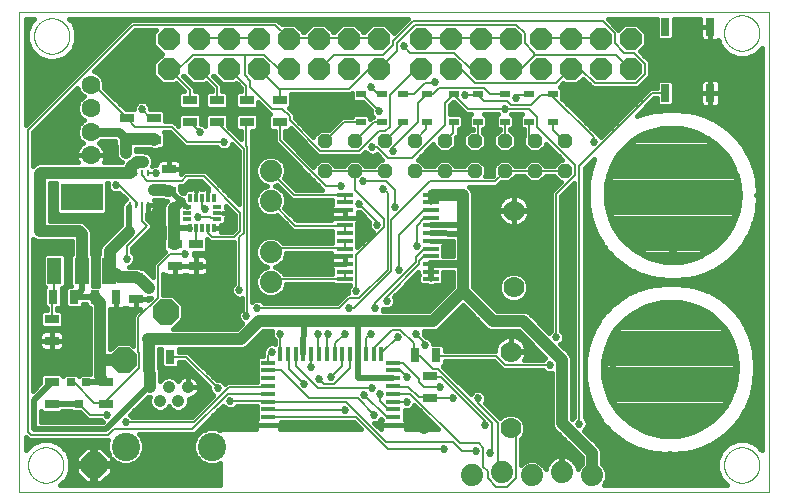
<source format=gtl>
G75*
%MOIN*%
%OFA0B0*%
%FSLAX25Y25*%
%IPPOS*%
%LPD*%
%AMOC8*
5,1,8,0,0,1.08239X$1,22.5*
%
%ADD10C,0.00000*%
%ADD11R,0.05500X0.01370*%
%ADD12OC8,0.04724*%
%ADD13R,0.04724X0.01614*%
%ADD14R,0.01614X0.04528*%
%ADD15C,0.09449*%
%ADD16C,0.04200*%
%ADD17OC8,0.07400*%
%ADD18R,0.04724X0.03150*%
%ADD19R,0.03268X0.02480*%
%ADD20C,0.07000*%
%ADD21C,0.02800*%
%ADD22C,0.02400*%
%ADD23C,0.06299*%
%ADD24R,0.03150X0.01181*%
%ADD25R,0.01181X0.03150*%
%ADD26R,0.00984X0.01969*%
%ADD27R,0.03150X0.04724*%
%ADD28R,0.04800X0.08800*%
%ADD29R,0.14173X0.08661*%
%ADD30R,0.02756X0.02756*%
%ADD31R,0.03000X0.06000*%
%ADD32C,0.07400*%
%ADD33OC8,0.08500*%
%ADD34C,0.00600*%
%ADD35C,0.02700*%
%ADD36C,0.03369*%
%ADD37C,0.01600*%
%ADD38C,0.01000*%
%ADD39C,0.02000*%
%ADD40C,0.04000*%
%ADD41C,0.01500*%
%ADD42C,0.03000*%
%ADD43C,0.02500*%
D10*
X0006644Y0015370D02*
X0006644Y0175370D01*
X0256644Y0175370D01*
X0256566Y0015370D01*
X0006644Y0015370D01*
X0009744Y0024370D02*
X0009746Y0024523D01*
X0009752Y0024676D01*
X0009762Y0024829D01*
X0009776Y0024982D01*
X0009794Y0025134D01*
X0009815Y0025285D01*
X0009841Y0025436D01*
X0009871Y0025587D01*
X0009904Y0025736D01*
X0009942Y0025885D01*
X0009983Y0026032D01*
X0010028Y0026179D01*
X0010077Y0026324D01*
X0010129Y0026468D01*
X0010186Y0026610D01*
X0010246Y0026751D01*
X0010309Y0026890D01*
X0010377Y0027028D01*
X0010447Y0027164D01*
X0010522Y0027298D01*
X0010599Y0027430D01*
X0010681Y0027560D01*
X0010765Y0027688D01*
X0010853Y0027813D01*
X0010944Y0027936D01*
X0011038Y0028057D01*
X0011135Y0028175D01*
X0011236Y0028291D01*
X0011339Y0028404D01*
X0011445Y0028515D01*
X0011554Y0028622D01*
X0011666Y0028727D01*
X0011780Y0028829D01*
X0011897Y0028928D01*
X0012017Y0029023D01*
X0012139Y0029116D01*
X0012263Y0029205D01*
X0012390Y0029292D01*
X0012519Y0029374D01*
X0012650Y0029454D01*
X0012783Y0029530D01*
X0012918Y0029602D01*
X0013055Y0029671D01*
X0013193Y0029737D01*
X0013333Y0029799D01*
X0013475Y0029857D01*
X0013618Y0029911D01*
X0013763Y0029962D01*
X0013908Y0030009D01*
X0014055Y0030052D01*
X0014203Y0030091D01*
X0014352Y0030127D01*
X0014502Y0030158D01*
X0014653Y0030186D01*
X0014804Y0030210D01*
X0014956Y0030230D01*
X0015109Y0030246D01*
X0015261Y0030258D01*
X0015414Y0030266D01*
X0015567Y0030270D01*
X0015721Y0030270D01*
X0015874Y0030266D01*
X0016027Y0030258D01*
X0016179Y0030246D01*
X0016332Y0030230D01*
X0016484Y0030210D01*
X0016635Y0030186D01*
X0016786Y0030158D01*
X0016936Y0030127D01*
X0017085Y0030091D01*
X0017233Y0030052D01*
X0017380Y0030009D01*
X0017525Y0029962D01*
X0017670Y0029911D01*
X0017813Y0029857D01*
X0017955Y0029799D01*
X0018095Y0029737D01*
X0018233Y0029671D01*
X0018370Y0029602D01*
X0018505Y0029530D01*
X0018638Y0029454D01*
X0018769Y0029374D01*
X0018898Y0029292D01*
X0019025Y0029205D01*
X0019149Y0029116D01*
X0019271Y0029023D01*
X0019391Y0028928D01*
X0019508Y0028829D01*
X0019622Y0028727D01*
X0019734Y0028622D01*
X0019843Y0028515D01*
X0019949Y0028404D01*
X0020052Y0028291D01*
X0020153Y0028175D01*
X0020250Y0028057D01*
X0020344Y0027936D01*
X0020435Y0027813D01*
X0020523Y0027688D01*
X0020607Y0027560D01*
X0020689Y0027430D01*
X0020766Y0027298D01*
X0020841Y0027164D01*
X0020911Y0027028D01*
X0020979Y0026890D01*
X0021042Y0026751D01*
X0021102Y0026610D01*
X0021159Y0026468D01*
X0021211Y0026324D01*
X0021260Y0026179D01*
X0021305Y0026032D01*
X0021346Y0025885D01*
X0021384Y0025736D01*
X0021417Y0025587D01*
X0021447Y0025436D01*
X0021473Y0025285D01*
X0021494Y0025134D01*
X0021512Y0024982D01*
X0021526Y0024829D01*
X0021536Y0024676D01*
X0021542Y0024523D01*
X0021544Y0024370D01*
X0021542Y0024217D01*
X0021536Y0024064D01*
X0021526Y0023911D01*
X0021512Y0023758D01*
X0021494Y0023606D01*
X0021473Y0023455D01*
X0021447Y0023304D01*
X0021417Y0023153D01*
X0021384Y0023004D01*
X0021346Y0022855D01*
X0021305Y0022708D01*
X0021260Y0022561D01*
X0021211Y0022416D01*
X0021159Y0022272D01*
X0021102Y0022130D01*
X0021042Y0021989D01*
X0020979Y0021850D01*
X0020911Y0021712D01*
X0020841Y0021576D01*
X0020766Y0021442D01*
X0020689Y0021310D01*
X0020607Y0021180D01*
X0020523Y0021052D01*
X0020435Y0020927D01*
X0020344Y0020804D01*
X0020250Y0020683D01*
X0020153Y0020565D01*
X0020052Y0020449D01*
X0019949Y0020336D01*
X0019843Y0020225D01*
X0019734Y0020118D01*
X0019622Y0020013D01*
X0019508Y0019911D01*
X0019391Y0019812D01*
X0019271Y0019717D01*
X0019149Y0019624D01*
X0019025Y0019535D01*
X0018898Y0019448D01*
X0018769Y0019366D01*
X0018638Y0019286D01*
X0018505Y0019210D01*
X0018370Y0019138D01*
X0018233Y0019069D01*
X0018095Y0019003D01*
X0017955Y0018941D01*
X0017813Y0018883D01*
X0017670Y0018829D01*
X0017525Y0018778D01*
X0017380Y0018731D01*
X0017233Y0018688D01*
X0017085Y0018649D01*
X0016936Y0018613D01*
X0016786Y0018582D01*
X0016635Y0018554D01*
X0016484Y0018530D01*
X0016332Y0018510D01*
X0016179Y0018494D01*
X0016027Y0018482D01*
X0015874Y0018474D01*
X0015721Y0018470D01*
X0015567Y0018470D01*
X0015414Y0018474D01*
X0015261Y0018482D01*
X0015109Y0018494D01*
X0014956Y0018510D01*
X0014804Y0018530D01*
X0014653Y0018554D01*
X0014502Y0018582D01*
X0014352Y0018613D01*
X0014203Y0018649D01*
X0014055Y0018688D01*
X0013908Y0018731D01*
X0013763Y0018778D01*
X0013618Y0018829D01*
X0013475Y0018883D01*
X0013333Y0018941D01*
X0013193Y0019003D01*
X0013055Y0019069D01*
X0012918Y0019138D01*
X0012783Y0019210D01*
X0012650Y0019286D01*
X0012519Y0019366D01*
X0012390Y0019448D01*
X0012263Y0019535D01*
X0012139Y0019624D01*
X0012017Y0019717D01*
X0011897Y0019812D01*
X0011780Y0019911D01*
X0011666Y0020013D01*
X0011554Y0020118D01*
X0011445Y0020225D01*
X0011339Y0020336D01*
X0011236Y0020449D01*
X0011135Y0020565D01*
X0011038Y0020683D01*
X0010944Y0020804D01*
X0010853Y0020927D01*
X0010765Y0021052D01*
X0010681Y0021180D01*
X0010599Y0021310D01*
X0010522Y0021442D01*
X0010447Y0021576D01*
X0010377Y0021712D01*
X0010309Y0021850D01*
X0010246Y0021989D01*
X0010186Y0022130D01*
X0010129Y0022272D01*
X0010077Y0022416D01*
X0010028Y0022561D01*
X0009983Y0022708D01*
X0009942Y0022855D01*
X0009904Y0023004D01*
X0009871Y0023153D01*
X0009841Y0023304D01*
X0009815Y0023455D01*
X0009794Y0023606D01*
X0009776Y0023758D01*
X0009762Y0023911D01*
X0009752Y0024064D01*
X0009746Y0024217D01*
X0009744Y0024370D01*
X0011744Y0167370D02*
X0011746Y0167523D01*
X0011752Y0167676D01*
X0011762Y0167829D01*
X0011776Y0167982D01*
X0011794Y0168134D01*
X0011815Y0168285D01*
X0011841Y0168436D01*
X0011871Y0168587D01*
X0011904Y0168736D01*
X0011942Y0168885D01*
X0011983Y0169032D01*
X0012028Y0169179D01*
X0012077Y0169324D01*
X0012129Y0169468D01*
X0012186Y0169610D01*
X0012246Y0169751D01*
X0012309Y0169890D01*
X0012377Y0170028D01*
X0012447Y0170164D01*
X0012522Y0170298D01*
X0012599Y0170430D01*
X0012681Y0170560D01*
X0012765Y0170688D01*
X0012853Y0170813D01*
X0012944Y0170936D01*
X0013038Y0171057D01*
X0013135Y0171175D01*
X0013236Y0171291D01*
X0013339Y0171404D01*
X0013445Y0171515D01*
X0013554Y0171622D01*
X0013666Y0171727D01*
X0013780Y0171829D01*
X0013897Y0171928D01*
X0014017Y0172023D01*
X0014139Y0172116D01*
X0014263Y0172205D01*
X0014390Y0172292D01*
X0014519Y0172374D01*
X0014650Y0172454D01*
X0014783Y0172530D01*
X0014918Y0172602D01*
X0015055Y0172671D01*
X0015193Y0172737D01*
X0015333Y0172799D01*
X0015475Y0172857D01*
X0015618Y0172911D01*
X0015763Y0172962D01*
X0015908Y0173009D01*
X0016055Y0173052D01*
X0016203Y0173091D01*
X0016352Y0173127D01*
X0016502Y0173158D01*
X0016653Y0173186D01*
X0016804Y0173210D01*
X0016956Y0173230D01*
X0017109Y0173246D01*
X0017261Y0173258D01*
X0017414Y0173266D01*
X0017567Y0173270D01*
X0017721Y0173270D01*
X0017874Y0173266D01*
X0018027Y0173258D01*
X0018179Y0173246D01*
X0018332Y0173230D01*
X0018484Y0173210D01*
X0018635Y0173186D01*
X0018786Y0173158D01*
X0018936Y0173127D01*
X0019085Y0173091D01*
X0019233Y0173052D01*
X0019380Y0173009D01*
X0019525Y0172962D01*
X0019670Y0172911D01*
X0019813Y0172857D01*
X0019955Y0172799D01*
X0020095Y0172737D01*
X0020233Y0172671D01*
X0020370Y0172602D01*
X0020505Y0172530D01*
X0020638Y0172454D01*
X0020769Y0172374D01*
X0020898Y0172292D01*
X0021025Y0172205D01*
X0021149Y0172116D01*
X0021271Y0172023D01*
X0021391Y0171928D01*
X0021508Y0171829D01*
X0021622Y0171727D01*
X0021734Y0171622D01*
X0021843Y0171515D01*
X0021949Y0171404D01*
X0022052Y0171291D01*
X0022153Y0171175D01*
X0022250Y0171057D01*
X0022344Y0170936D01*
X0022435Y0170813D01*
X0022523Y0170688D01*
X0022607Y0170560D01*
X0022689Y0170430D01*
X0022766Y0170298D01*
X0022841Y0170164D01*
X0022911Y0170028D01*
X0022979Y0169890D01*
X0023042Y0169751D01*
X0023102Y0169610D01*
X0023159Y0169468D01*
X0023211Y0169324D01*
X0023260Y0169179D01*
X0023305Y0169032D01*
X0023346Y0168885D01*
X0023384Y0168736D01*
X0023417Y0168587D01*
X0023447Y0168436D01*
X0023473Y0168285D01*
X0023494Y0168134D01*
X0023512Y0167982D01*
X0023526Y0167829D01*
X0023536Y0167676D01*
X0023542Y0167523D01*
X0023544Y0167370D01*
X0023542Y0167217D01*
X0023536Y0167064D01*
X0023526Y0166911D01*
X0023512Y0166758D01*
X0023494Y0166606D01*
X0023473Y0166455D01*
X0023447Y0166304D01*
X0023417Y0166153D01*
X0023384Y0166004D01*
X0023346Y0165855D01*
X0023305Y0165708D01*
X0023260Y0165561D01*
X0023211Y0165416D01*
X0023159Y0165272D01*
X0023102Y0165130D01*
X0023042Y0164989D01*
X0022979Y0164850D01*
X0022911Y0164712D01*
X0022841Y0164576D01*
X0022766Y0164442D01*
X0022689Y0164310D01*
X0022607Y0164180D01*
X0022523Y0164052D01*
X0022435Y0163927D01*
X0022344Y0163804D01*
X0022250Y0163683D01*
X0022153Y0163565D01*
X0022052Y0163449D01*
X0021949Y0163336D01*
X0021843Y0163225D01*
X0021734Y0163118D01*
X0021622Y0163013D01*
X0021508Y0162911D01*
X0021391Y0162812D01*
X0021271Y0162717D01*
X0021149Y0162624D01*
X0021025Y0162535D01*
X0020898Y0162448D01*
X0020769Y0162366D01*
X0020638Y0162286D01*
X0020505Y0162210D01*
X0020370Y0162138D01*
X0020233Y0162069D01*
X0020095Y0162003D01*
X0019955Y0161941D01*
X0019813Y0161883D01*
X0019670Y0161829D01*
X0019525Y0161778D01*
X0019380Y0161731D01*
X0019233Y0161688D01*
X0019085Y0161649D01*
X0018936Y0161613D01*
X0018786Y0161582D01*
X0018635Y0161554D01*
X0018484Y0161530D01*
X0018332Y0161510D01*
X0018179Y0161494D01*
X0018027Y0161482D01*
X0017874Y0161474D01*
X0017721Y0161470D01*
X0017567Y0161470D01*
X0017414Y0161474D01*
X0017261Y0161482D01*
X0017109Y0161494D01*
X0016956Y0161510D01*
X0016804Y0161530D01*
X0016653Y0161554D01*
X0016502Y0161582D01*
X0016352Y0161613D01*
X0016203Y0161649D01*
X0016055Y0161688D01*
X0015908Y0161731D01*
X0015763Y0161778D01*
X0015618Y0161829D01*
X0015475Y0161883D01*
X0015333Y0161941D01*
X0015193Y0162003D01*
X0015055Y0162069D01*
X0014918Y0162138D01*
X0014783Y0162210D01*
X0014650Y0162286D01*
X0014519Y0162366D01*
X0014390Y0162448D01*
X0014263Y0162535D01*
X0014139Y0162624D01*
X0014017Y0162717D01*
X0013897Y0162812D01*
X0013780Y0162911D01*
X0013666Y0163013D01*
X0013554Y0163118D01*
X0013445Y0163225D01*
X0013339Y0163336D01*
X0013236Y0163449D01*
X0013135Y0163565D01*
X0013038Y0163683D01*
X0012944Y0163804D01*
X0012853Y0163927D01*
X0012765Y0164052D01*
X0012681Y0164180D01*
X0012599Y0164310D01*
X0012522Y0164442D01*
X0012447Y0164576D01*
X0012377Y0164712D01*
X0012309Y0164850D01*
X0012246Y0164989D01*
X0012186Y0165130D01*
X0012129Y0165272D01*
X0012077Y0165416D01*
X0012028Y0165561D01*
X0011983Y0165708D01*
X0011942Y0165855D01*
X0011904Y0166004D01*
X0011871Y0166153D01*
X0011841Y0166304D01*
X0011815Y0166455D01*
X0011794Y0166606D01*
X0011776Y0166758D01*
X0011762Y0166911D01*
X0011752Y0167064D01*
X0011746Y0167217D01*
X0011744Y0167370D01*
X0241744Y0168370D02*
X0241746Y0168523D01*
X0241752Y0168676D01*
X0241762Y0168829D01*
X0241776Y0168982D01*
X0241794Y0169134D01*
X0241815Y0169285D01*
X0241841Y0169436D01*
X0241871Y0169587D01*
X0241904Y0169736D01*
X0241942Y0169885D01*
X0241983Y0170032D01*
X0242028Y0170179D01*
X0242077Y0170324D01*
X0242129Y0170468D01*
X0242186Y0170610D01*
X0242246Y0170751D01*
X0242309Y0170890D01*
X0242377Y0171028D01*
X0242447Y0171164D01*
X0242522Y0171298D01*
X0242599Y0171430D01*
X0242681Y0171560D01*
X0242765Y0171688D01*
X0242853Y0171813D01*
X0242944Y0171936D01*
X0243038Y0172057D01*
X0243135Y0172175D01*
X0243236Y0172291D01*
X0243339Y0172404D01*
X0243445Y0172515D01*
X0243554Y0172622D01*
X0243666Y0172727D01*
X0243780Y0172829D01*
X0243897Y0172928D01*
X0244017Y0173023D01*
X0244139Y0173116D01*
X0244263Y0173205D01*
X0244390Y0173292D01*
X0244519Y0173374D01*
X0244650Y0173454D01*
X0244783Y0173530D01*
X0244918Y0173602D01*
X0245055Y0173671D01*
X0245193Y0173737D01*
X0245333Y0173799D01*
X0245475Y0173857D01*
X0245618Y0173911D01*
X0245763Y0173962D01*
X0245908Y0174009D01*
X0246055Y0174052D01*
X0246203Y0174091D01*
X0246352Y0174127D01*
X0246502Y0174158D01*
X0246653Y0174186D01*
X0246804Y0174210D01*
X0246956Y0174230D01*
X0247109Y0174246D01*
X0247261Y0174258D01*
X0247414Y0174266D01*
X0247567Y0174270D01*
X0247721Y0174270D01*
X0247874Y0174266D01*
X0248027Y0174258D01*
X0248179Y0174246D01*
X0248332Y0174230D01*
X0248484Y0174210D01*
X0248635Y0174186D01*
X0248786Y0174158D01*
X0248936Y0174127D01*
X0249085Y0174091D01*
X0249233Y0174052D01*
X0249380Y0174009D01*
X0249525Y0173962D01*
X0249670Y0173911D01*
X0249813Y0173857D01*
X0249955Y0173799D01*
X0250095Y0173737D01*
X0250233Y0173671D01*
X0250370Y0173602D01*
X0250505Y0173530D01*
X0250638Y0173454D01*
X0250769Y0173374D01*
X0250898Y0173292D01*
X0251025Y0173205D01*
X0251149Y0173116D01*
X0251271Y0173023D01*
X0251391Y0172928D01*
X0251508Y0172829D01*
X0251622Y0172727D01*
X0251734Y0172622D01*
X0251843Y0172515D01*
X0251949Y0172404D01*
X0252052Y0172291D01*
X0252153Y0172175D01*
X0252250Y0172057D01*
X0252344Y0171936D01*
X0252435Y0171813D01*
X0252523Y0171688D01*
X0252607Y0171560D01*
X0252689Y0171430D01*
X0252766Y0171298D01*
X0252841Y0171164D01*
X0252911Y0171028D01*
X0252979Y0170890D01*
X0253042Y0170751D01*
X0253102Y0170610D01*
X0253159Y0170468D01*
X0253211Y0170324D01*
X0253260Y0170179D01*
X0253305Y0170032D01*
X0253346Y0169885D01*
X0253384Y0169736D01*
X0253417Y0169587D01*
X0253447Y0169436D01*
X0253473Y0169285D01*
X0253494Y0169134D01*
X0253512Y0168982D01*
X0253526Y0168829D01*
X0253536Y0168676D01*
X0253542Y0168523D01*
X0253544Y0168370D01*
X0253542Y0168217D01*
X0253536Y0168064D01*
X0253526Y0167911D01*
X0253512Y0167758D01*
X0253494Y0167606D01*
X0253473Y0167455D01*
X0253447Y0167304D01*
X0253417Y0167153D01*
X0253384Y0167004D01*
X0253346Y0166855D01*
X0253305Y0166708D01*
X0253260Y0166561D01*
X0253211Y0166416D01*
X0253159Y0166272D01*
X0253102Y0166130D01*
X0253042Y0165989D01*
X0252979Y0165850D01*
X0252911Y0165712D01*
X0252841Y0165576D01*
X0252766Y0165442D01*
X0252689Y0165310D01*
X0252607Y0165180D01*
X0252523Y0165052D01*
X0252435Y0164927D01*
X0252344Y0164804D01*
X0252250Y0164683D01*
X0252153Y0164565D01*
X0252052Y0164449D01*
X0251949Y0164336D01*
X0251843Y0164225D01*
X0251734Y0164118D01*
X0251622Y0164013D01*
X0251508Y0163911D01*
X0251391Y0163812D01*
X0251271Y0163717D01*
X0251149Y0163624D01*
X0251025Y0163535D01*
X0250898Y0163448D01*
X0250769Y0163366D01*
X0250638Y0163286D01*
X0250505Y0163210D01*
X0250370Y0163138D01*
X0250233Y0163069D01*
X0250095Y0163003D01*
X0249955Y0162941D01*
X0249813Y0162883D01*
X0249670Y0162829D01*
X0249525Y0162778D01*
X0249380Y0162731D01*
X0249233Y0162688D01*
X0249085Y0162649D01*
X0248936Y0162613D01*
X0248786Y0162582D01*
X0248635Y0162554D01*
X0248484Y0162530D01*
X0248332Y0162510D01*
X0248179Y0162494D01*
X0248027Y0162482D01*
X0247874Y0162474D01*
X0247721Y0162470D01*
X0247567Y0162470D01*
X0247414Y0162474D01*
X0247261Y0162482D01*
X0247109Y0162494D01*
X0246956Y0162510D01*
X0246804Y0162530D01*
X0246653Y0162554D01*
X0246502Y0162582D01*
X0246352Y0162613D01*
X0246203Y0162649D01*
X0246055Y0162688D01*
X0245908Y0162731D01*
X0245763Y0162778D01*
X0245618Y0162829D01*
X0245475Y0162883D01*
X0245333Y0162941D01*
X0245193Y0163003D01*
X0245055Y0163069D01*
X0244918Y0163138D01*
X0244783Y0163210D01*
X0244650Y0163286D01*
X0244519Y0163366D01*
X0244390Y0163448D01*
X0244263Y0163535D01*
X0244139Y0163624D01*
X0244017Y0163717D01*
X0243897Y0163812D01*
X0243780Y0163911D01*
X0243666Y0164013D01*
X0243554Y0164118D01*
X0243445Y0164225D01*
X0243339Y0164336D01*
X0243236Y0164449D01*
X0243135Y0164565D01*
X0243038Y0164683D01*
X0242944Y0164804D01*
X0242853Y0164927D01*
X0242765Y0165052D01*
X0242681Y0165180D01*
X0242599Y0165310D01*
X0242522Y0165442D01*
X0242447Y0165576D01*
X0242377Y0165712D01*
X0242309Y0165850D01*
X0242246Y0165989D01*
X0242186Y0166130D01*
X0242129Y0166272D01*
X0242077Y0166416D01*
X0242028Y0166561D01*
X0241983Y0166708D01*
X0241942Y0166855D01*
X0241904Y0167004D01*
X0241871Y0167153D01*
X0241841Y0167304D01*
X0241815Y0167455D01*
X0241794Y0167606D01*
X0241776Y0167758D01*
X0241762Y0167911D01*
X0241752Y0168064D01*
X0241746Y0168217D01*
X0241744Y0168370D01*
X0241744Y0024370D02*
X0241746Y0024523D01*
X0241752Y0024676D01*
X0241762Y0024829D01*
X0241776Y0024982D01*
X0241794Y0025134D01*
X0241815Y0025285D01*
X0241841Y0025436D01*
X0241871Y0025587D01*
X0241904Y0025736D01*
X0241942Y0025885D01*
X0241983Y0026032D01*
X0242028Y0026179D01*
X0242077Y0026324D01*
X0242129Y0026468D01*
X0242186Y0026610D01*
X0242246Y0026751D01*
X0242309Y0026890D01*
X0242377Y0027028D01*
X0242447Y0027164D01*
X0242522Y0027298D01*
X0242599Y0027430D01*
X0242681Y0027560D01*
X0242765Y0027688D01*
X0242853Y0027813D01*
X0242944Y0027936D01*
X0243038Y0028057D01*
X0243135Y0028175D01*
X0243236Y0028291D01*
X0243339Y0028404D01*
X0243445Y0028515D01*
X0243554Y0028622D01*
X0243666Y0028727D01*
X0243780Y0028829D01*
X0243897Y0028928D01*
X0244017Y0029023D01*
X0244139Y0029116D01*
X0244263Y0029205D01*
X0244390Y0029292D01*
X0244519Y0029374D01*
X0244650Y0029454D01*
X0244783Y0029530D01*
X0244918Y0029602D01*
X0245055Y0029671D01*
X0245193Y0029737D01*
X0245333Y0029799D01*
X0245475Y0029857D01*
X0245618Y0029911D01*
X0245763Y0029962D01*
X0245908Y0030009D01*
X0246055Y0030052D01*
X0246203Y0030091D01*
X0246352Y0030127D01*
X0246502Y0030158D01*
X0246653Y0030186D01*
X0246804Y0030210D01*
X0246956Y0030230D01*
X0247109Y0030246D01*
X0247261Y0030258D01*
X0247414Y0030266D01*
X0247567Y0030270D01*
X0247721Y0030270D01*
X0247874Y0030266D01*
X0248027Y0030258D01*
X0248179Y0030246D01*
X0248332Y0030230D01*
X0248484Y0030210D01*
X0248635Y0030186D01*
X0248786Y0030158D01*
X0248936Y0030127D01*
X0249085Y0030091D01*
X0249233Y0030052D01*
X0249380Y0030009D01*
X0249525Y0029962D01*
X0249670Y0029911D01*
X0249813Y0029857D01*
X0249955Y0029799D01*
X0250095Y0029737D01*
X0250233Y0029671D01*
X0250370Y0029602D01*
X0250505Y0029530D01*
X0250638Y0029454D01*
X0250769Y0029374D01*
X0250898Y0029292D01*
X0251025Y0029205D01*
X0251149Y0029116D01*
X0251271Y0029023D01*
X0251391Y0028928D01*
X0251508Y0028829D01*
X0251622Y0028727D01*
X0251734Y0028622D01*
X0251843Y0028515D01*
X0251949Y0028404D01*
X0252052Y0028291D01*
X0252153Y0028175D01*
X0252250Y0028057D01*
X0252344Y0027936D01*
X0252435Y0027813D01*
X0252523Y0027688D01*
X0252607Y0027560D01*
X0252689Y0027430D01*
X0252766Y0027298D01*
X0252841Y0027164D01*
X0252911Y0027028D01*
X0252979Y0026890D01*
X0253042Y0026751D01*
X0253102Y0026610D01*
X0253159Y0026468D01*
X0253211Y0026324D01*
X0253260Y0026179D01*
X0253305Y0026032D01*
X0253346Y0025885D01*
X0253384Y0025736D01*
X0253417Y0025587D01*
X0253447Y0025436D01*
X0253473Y0025285D01*
X0253494Y0025134D01*
X0253512Y0024982D01*
X0253526Y0024829D01*
X0253536Y0024676D01*
X0253542Y0024523D01*
X0253544Y0024370D01*
X0253542Y0024217D01*
X0253536Y0024064D01*
X0253526Y0023911D01*
X0253512Y0023758D01*
X0253494Y0023606D01*
X0253473Y0023455D01*
X0253447Y0023304D01*
X0253417Y0023153D01*
X0253384Y0023004D01*
X0253346Y0022855D01*
X0253305Y0022708D01*
X0253260Y0022561D01*
X0253211Y0022416D01*
X0253159Y0022272D01*
X0253102Y0022130D01*
X0253042Y0021989D01*
X0252979Y0021850D01*
X0252911Y0021712D01*
X0252841Y0021576D01*
X0252766Y0021442D01*
X0252689Y0021310D01*
X0252607Y0021180D01*
X0252523Y0021052D01*
X0252435Y0020927D01*
X0252344Y0020804D01*
X0252250Y0020683D01*
X0252153Y0020565D01*
X0252052Y0020449D01*
X0251949Y0020336D01*
X0251843Y0020225D01*
X0251734Y0020118D01*
X0251622Y0020013D01*
X0251508Y0019911D01*
X0251391Y0019812D01*
X0251271Y0019717D01*
X0251149Y0019624D01*
X0251025Y0019535D01*
X0250898Y0019448D01*
X0250769Y0019366D01*
X0250638Y0019286D01*
X0250505Y0019210D01*
X0250370Y0019138D01*
X0250233Y0019069D01*
X0250095Y0019003D01*
X0249955Y0018941D01*
X0249813Y0018883D01*
X0249670Y0018829D01*
X0249525Y0018778D01*
X0249380Y0018731D01*
X0249233Y0018688D01*
X0249085Y0018649D01*
X0248936Y0018613D01*
X0248786Y0018582D01*
X0248635Y0018554D01*
X0248484Y0018530D01*
X0248332Y0018510D01*
X0248179Y0018494D01*
X0248027Y0018482D01*
X0247874Y0018474D01*
X0247721Y0018470D01*
X0247567Y0018470D01*
X0247414Y0018474D01*
X0247261Y0018482D01*
X0247109Y0018494D01*
X0246956Y0018510D01*
X0246804Y0018530D01*
X0246653Y0018554D01*
X0246502Y0018582D01*
X0246352Y0018613D01*
X0246203Y0018649D01*
X0246055Y0018688D01*
X0245908Y0018731D01*
X0245763Y0018778D01*
X0245618Y0018829D01*
X0245475Y0018883D01*
X0245333Y0018941D01*
X0245193Y0019003D01*
X0245055Y0019069D01*
X0244918Y0019138D01*
X0244783Y0019210D01*
X0244650Y0019286D01*
X0244519Y0019366D01*
X0244390Y0019448D01*
X0244263Y0019535D01*
X0244139Y0019624D01*
X0244017Y0019717D01*
X0243897Y0019812D01*
X0243780Y0019911D01*
X0243666Y0020013D01*
X0243554Y0020118D01*
X0243445Y0020225D01*
X0243339Y0020336D01*
X0243236Y0020449D01*
X0243135Y0020565D01*
X0243038Y0020683D01*
X0242944Y0020804D01*
X0242853Y0020927D01*
X0242765Y0021052D01*
X0242681Y0021180D01*
X0242599Y0021310D01*
X0242522Y0021442D01*
X0242447Y0021576D01*
X0242377Y0021712D01*
X0242309Y0021850D01*
X0242246Y0021989D01*
X0242186Y0022130D01*
X0242129Y0022272D01*
X0242077Y0022416D01*
X0242028Y0022561D01*
X0241983Y0022708D01*
X0241942Y0022855D01*
X0241904Y0023004D01*
X0241871Y0023153D01*
X0241841Y0023304D01*
X0241815Y0023455D01*
X0241794Y0023606D01*
X0241776Y0023758D01*
X0241762Y0023911D01*
X0241752Y0024064D01*
X0241746Y0024217D01*
X0241744Y0024370D01*
D11*
X0144038Y0086295D03*
X0144038Y0088854D03*
X0144038Y0091413D03*
X0144038Y0093972D03*
X0144038Y0096531D03*
X0144038Y0099091D03*
X0144038Y0101650D03*
X0144038Y0104209D03*
X0144038Y0106768D03*
X0144038Y0109327D03*
X0144038Y0111886D03*
X0144038Y0114445D03*
X0115251Y0114445D03*
X0115251Y0111886D03*
X0115251Y0109327D03*
X0115251Y0106768D03*
X0115251Y0104209D03*
X0115251Y0101650D03*
X0115251Y0099091D03*
X0115251Y0096531D03*
X0115251Y0093972D03*
X0115251Y0091413D03*
X0115251Y0088854D03*
X0115251Y0086295D03*
D12*
X0118644Y0122370D03*
X0108644Y0122370D03*
X0108644Y0132370D03*
X0118644Y0132370D03*
X0128644Y0132370D03*
X0138644Y0132370D03*
X0148644Y0132370D03*
X0158644Y0132370D03*
X0168644Y0132370D03*
X0178644Y0132370D03*
X0188644Y0132370D03*
X0188644Y0122370D03*
X0178644Y0122370D03*
X0168644Y0122370D03*
X0158644Y0122370D03*
X0148644Y0122370D03*
X0138644Y0122370D03*
X0128644Y0122370D03*
D13*
X0131550Y0058520D03*
X0131550Y0055921D03*
X0131550Y0053323D03*
X0131550Y0050724D03*
X0131550Y0048126D03*
X0131550Y0045528D03*
X0131550Y0042929D03*
X0131550Y0040331D03*
X0131550Y0037732D03*
X0089739Y0037732D03*
X0089739Y0040331D03*
X0089739Y0042929D03*
X0089739Y0045528D03*
X0089739Y0048126D03*
X0089739Y0050724D03*
X0089739Y0053323D03*
X0089739Y0055921D03*
X0089739Y0058520D03*
D14*
X0093755Y0061374D03*
X0096353Y0061374D03*
X0098952Y0061374D03*
X0101550Y0061374D03*
X0104148Y0061374D03*
X0106747Y0061374D03*
X0109345Y0061374D03*
X0111944Y0061374D03*
X0114542Y0061374D03*
X0117141Y0061374D03*
X0119739Y0061374D03*
X0122337Y0061374D03*
X0124936Y0061374D03*
X0127534Y0061374D03*
D15*
X0071015Y0030488D03*
X0042274Y0030488D03*
D16*
X0053613Y0045646D03*
X0056644Y0050370D03*
X0050345Y0050370D03*
X0059794Y0045646D03*
X0062944Y0050370D03*
D17*
X0066644Y0156370D03*
X0056644Y0156370D03*
X0056644Y0166370D03*
X0066644Y0166370D03*
X0076644Y0166370D03*
X0086644Y0166370D03*
X0096644Y0166370D03*
X0106644Y0166370D03*
X0116644Y0166370D03*
X0126644Y0166370D03*
X0126644Y0156370D03*
X0116644Y0156370D03*
X0106644Y0156370D03*
X0096644Y0156370D03*
X0086644Y0156370D03*
X0076644Y0156370D03*
X0140644Y0156370D03*
X0150644Y0156370D03*
X0160644Y0156370D03*
X0170644Y0156370D03*
X0180644Y0156370D03*
X0190644Y0156370D03*
X0200644Y0156370D03*
X0210644Y0156370D03*
X0210644Y0166370D03*
X0200644Y0166370D03*
X0190644Y0166370D03*
X0180644Y0166370D03*
X0170644Y0166370D03*
X0160644Y0166370D03*
X0150644Y0166370D03*
X0140644Y0166370D03*
D18*
X0093644Y0145913D03*
X0093644Y0138827D03*
X0082644Y0138827D03*
X0072644Y0138827D03*
X0072644Y0145913D03*
X0082644Y0145913D03*
X0063644Y0145913D03*
X0063644Y0138827D03*
X0051644Y0139913D03*
X0042644Y0139913D03*
X0042644Y0132827D03*
X0051644Y0132827D03*
X0056644Y0122913D03*
X0056644Y0115827D03*
X0058644Y0097913D03*
X0065644Y0097913D03*
X0065644Y0090827D03*
X0058644Y0090827D03*
X0045644Y0086913D03*
X0045644Y0079827D03*
X0017644Y0072913D03*
X0017644Y0065827D03*
X0017644Y0051913D03*
X0017644Y0044827D03*
X0035644Y0044827D03*
X0035644Y0051913D03*
X0143644Y0053913D03*
X0143644Y0046827D03*
D19*
X0142644Y0138843D03*
X0134644Y0138843D03*
X0127644Y0138843D03*
X0120644Y0138843D03*
X0120644Y0147898D03*
X0127644Y0147898D03*
X0134644Y0147898D03*
X0142644Y0147898D03*
X0151644Y0147898D03*
X0159644Y0147898D03*
X0168644Y0147898D03*
X0176644Y0147898D03*
X0184644Y0147898D03*
X0184644Y0138843D03*
X0176644Y0138843D03*
X0168644Y0138843D03*
X0159644Y0138843D03*
X0151644Y0138843D03*
D20*
X0171644Y0109165D03*
X0171644Y0083575D03*
X0170644Y0062165D03*
X0170644Y0036575D03*
D21*
X0204644Y0056370D03*
X0224644Y0095370D03*
D22*
X0224644Y0092370D02*
X0221993Y0092530D01*
X0219380Y0093009D01*
X0216843Y0093800D01*
X0214421Y0094890D01*
X0212147Y0096264D01*
X0210056Y0097903D01*
X0208177Y0099781D01*
X0206539Y0101873D01*
X0205164Y0104146D01*
X0204074Y0106569D01*
X0203284Y0109105D01*
X0202805Y0111718D01*
X0202644Y0114370D01*
X0202644Y0115370D01*
X0202798Y0117901D01*
X0203255Y0120396D01*
X0204009Y0122817D01*
X0205050Y0125129D01*
X0206362Y0127299D01*
X0207926Y0129296D01*
X0209719Y0131089D01*
X0211715Y0132653D01*
X0213885Y0133965D01*
X0216198Y0135005D01*
X0218619Y0135760D01*
X0221113Y0136217D01*
X0223644Y0136370D01*
X0224644Y0136370D01*
X0227296Y0136210D01*
X0229909Y0135731D01*
X0232446Y0134940D01*
X0234868Y0133850D01*
X0237142Y0132476D01*
X0239233Y0130837D01*
X0241112Y0128959D01*
X0242750Y0126868D01*
X0244125Y0124594D01*
X0245215Y0122171D01*
X0246005Y0119635D01*
X0246484Y0117022D01*
X0246644Y0114370D01*
X0246484Y0111718D01*
X0246005Y0109105D01*
X0245215Y0106569D01*
X0244125Y0104146D01*
X0242750Y0101873D01*
X0241112Y0099781D01*
X0239233Y0097903D01*
X0237142Y0096264D01*
X0234868Y0094890D01*
X0232446Y0093800D01*
X0229909Y0093009D01*
X0227296Y0092530D01*
X0224644Y0092370D01*
X0215241Y0094521D02*
X0234048Y0094521D01*
X0237978Y0096919D02*
X0211311Y0096919D01*
X0208641Y0099318D02*
X0240648Y0099318D01*
X0242628Y0101716D02*
X0206661Y0101716D01*
X0205183Y0104115D02*
X0244106Y0104115D01*
X0245190Y0106514D02*
X0204099Y0106514D01*
X0203344Y0108912D02*
X0245945Y0108912D01*
X0246409Y0111311D02*
X0202880Y0111311D01*
X0202684Y0113709D02*
X0246605Y0113709D01*
X0246539Y0116108D02*
X0202689Y0116108D01*
X0202908Y0118506D02*
X0246212Y0118506D01*
X0245610Y0120905D02*
X0203413Y0120905D01*
X0204228Y0123303D02*
X0244705Y0123303D01*
X0243455Y0125702D02*
X0205396Y0125702D01*
X0206989Y0128100D02*
X0241784Y0128100D01*
X0239572Y0130499D02*
X0209129Y0130499D01*
X0212119Y0132897D02*
X0236445Y0132897D01*
X0231306Y0135296D02*
X0217129Y0135296D01*
X0220993Y0078210D02*
X0223644Y0078370D01*
X0224644Y0078370D01*
X0227176Y0078217D01*
X0229670Y0077760D01*
X0232091Y0077005D01*
X0234404Y0075965D01*
X0236574Y0074653D01*
X0238570Y0073089D01*
X0240363Y0071296D01*
X0241927Y0069299D01*
X0243239Y0067129D01*
X0244280Y0064817D01*
X0245034Y0062396D01*
X0245491Y0059901D01*
X0245644Y0057370D01*
X0245644Y0056370D01*
X0245484Y0053718D01*
X0245005Y0051105D01*
X0244215Y0048569D01*
X0243125Y0046146D01*
X0241750Y0043873D01*
X0240112Y0041781D01*
X0238233Y0039903D01*
X0236142Y0038264D01*
X0233868Y0036890D01*
X0231446Y0035800D01*
X0228909Y0035009D01*
X0226296Y0034530D01*
X0223644Y0034370D01*
X0220993Y0034530D01*
X0218380Y0035009D01*
X0215843Y0035800D01*
X0213421Y0036890D01*
X0211147Y0038264D01*
X0209056Y0039903D01*
X0207177Y0041781D01*
X0205539Y0043873D01*
X0204164Y0046146D01*
X0203074Y0048569D01*
X0202284Y0051105D01*
X0201805Y0053718D01*
X0201644Y0056370D01*
X0201805Y0059022D01*
X0202284Y0061635D01*
X0203074Y0064171D01*
X0204164Y0066594D01*
X0205539Y0068868D01*
X0207177Y0070959D01*
X0209056Y0072837D01*
X0211147Y0074476D01*
X0213421Y0075850D01*
X0215843Y0076940D01*
X0218380Y0077731D01*
X0220993Y0078210D01*
X0218383Y0077731D02*
X0229762Y0077731D01*
X0235449Y0075333D02*
X0212565Y0075333D01*
X0209180Y0072934D02*
X0238725Y0072934D01*
X0240958Y0070536D02*
X0206846Y0070536D01*
X0205097Y0068137D02*
X0242630Y0068137D01*
X0243865Y0065739D02*
X0203780Y0065739D01*
X0202815Y0063340D02*
X0244740Y0063340D01*
X0245301Y0060942D02*
X0202157Y0060942D01*
X0201776Y0058543D02*
X0245574Y0058543D01*
X0245631Y0056145D02*
X0201658Y0056145D01*
X0201803Y0053746D02*
X0245486Y0053746D01*
X0245050Y0051348D02*
X0202239Y0051348D01*
X0202956Y0048949D02*
X0244333Y0048949D01*
X0243307Y0046551D02*
X0203982Y0046551D01*
X0205370Y0044152D02*
X0241919Y0044152D01*
X0240084Y0041754D02*
X0207205Y0041754D01*
X0209755Y0039355D02*
X0237534Y0039355D01*
X0233979Y0036957D02*
X0213310Y0036957D01*
X0220842Y0034558D02*
X0226447Y0034558D01*
D23*
X0030644Y0127559D03*
X0030644Y0135433D03*
X0030644Y0143307D03*
X0030644Y0151181D03*
D24*
X0062625Y0110339D03*
X0062625Y0108370D03*
X0062625Y0106402D03*
X0072664Y0106402D03*
X0072664Y0108370D03*
X0072664Y0110339D03*
D25*
X0071581Y0113390D03*
X0069613Y0113390D03*
X0067644Y0113390D03*
X0065676Y0113390D03*
X0063707Y0113390D03*
X0063707Y0103350D03*
X0065676Y0103350D03*
X0067644Y0103350D03*
X0069613Y0103350D03*
X0071581Y0103350D03*
D26*
X0049676Y0110976D03*
X0047707Y0110976D03*
X0045739Y0110976D03*
X0043770Y0110976D03*
X0043770Y0121803D03*
X0045739Y0121803D03*
X0047707Y0121803D03*
X0049676Y0121803D03*
D27*
X0039188Y0080370D03*
X0032101Y0080370D03*
X0025188Y0080370D03*
X0018101Y0080370D03*
X0050101Y0060370D03*
X0057188Y0060370D03*
X0138601Y0060870D03*
X0145688Y0060870D03*
D28*
X0036744Y0089170D03*
X0027644Y0089170D03*
X0018544Y0089170D03*
D29*
X0027644Y0113571D03*
D30*
X0029204Y0052012D03*
X0024085Y0052012D03*
X0026644Y0044728D03*
D31*
X0222144Y0148370D03*
X0237144Y0148370D03*
X0237144Y0170370D03*
X0222144Y0170370D03*
D32*
X0090644Y0122370D03*
X0090644Y0112370D03*
X0090644Y0095370D03*
X0090644Y0085370D03*
X0157644Y0020870D03*
X0167644Y0021870D03*
X0177644Y0020870D03*
X0187644Y0021870D03*
X0197644Y0020870D03*
D33*
X0055644Y0075370D03*
X0041644Y0059370D03*
X0031644Y0024370D03*
D34*
X0036344Y0034270D02*
X0010844Y0034270D01*
X0009644Y0035470D01*
X0009644Y0135970D01*
X0044744Y0171070D01*
X0092144Y0171070D01*
X0096644Y0166570D01*
X0096644Y0166370D01*
X0096644Y0166570D02*
X0106544Y0166570D01*
X0106644Y0166370D01*
X0106844Y0166570D01*
X0116444Y0166570D01*
X0116644Y0166370D01*
X0116744Y0166570D01*
X0126644Y0166570D01*
X0126644Y0166370D01*
X0131444Y0165670D02*
X0131444Y0164470D01*
X0128144Y0161170D01*
X0111644Y0161170D01*
X0106844Y0156370D01*
X0106644Y0156370D01*
X0096644Y0156370D02*
X0093344Y0156370D01*
X0088544Y0161170D01*
X0081944Y0161170D01*
X0081944Y0154270D01*
X0083744Y0152470D01*
X0083744Y0150370D01*
X0090944Y0143170D01*
X0094544Y0143170D01*
X0096944Y0140770D01*
X0096944Y0139270D01*
X0107144Y0129070D01*
X0120044Y0129070D01*
X0126644Y0135670D01*
X0128744Y0135670D01*
X0130244Y0137170D01*
X0130244Y0147670D01*
X0138944Y0156370D01*
X0140644Y0156370D01*
X0141944Y0151570D02*
X0144944Y0151570D01*
X0145244Y0151870D01*
X0146744Y0150070D02*
X0144644Y0147970D01*
X0142844Y0147970D01*
X0142644Y0147898D01*
X0142544Y0147670D01*
X0139844Y0144970D01*
X0139844Y0138670D01*
X0131444Y0130270D01*
X0131444Y0129070D01*
X0129644Y0126670D02*
X0137744Y0126670D01*
X0148844Y0137770D01*
X0148844Y0144970D01*
X0151544Y0147670D01*
X0151644Y0147898D01*
X0151844Y0147670D01*
X0156344Y0143170D01*
X0168644Y0143170D01*
X0176744Y0143170D01*
X0179444Y0140470D01*
X0179444Y0136870D01*
X0192044Y0124270D01*
X0192044Y0120970D01*
X0185744Y0114670D01*
X0185744Y0066970D01*
X0183644Y0057670D02*
X0168644Y0057670D01*
X0165644Y0060670D01*
X0145844Y0060670D01*
X0145688Y0060870D01*
X0146444Y0056470D02*
X0144644Y0056470D01*
X0140444Y0060670D01*
X0138644Y0060670D01*
X0138601Y0060870D01*
X0138344Y0060970D01*
X0138344Y0064870D01*
X0133844Y0069370D01*
X0131144Y0069370D01*
X0125144Y0063370D01*
X0125144Y0061570D01*
X0124936Y0061374D01*
X0122444Y0061570D02*
X0122337Y0061374D01*
X0122444Y0061570D02*
X0122444Y0066670D01*
X0123944Y0068170D01*
X0127544Y0061570D02*
X0127534Y0061374D01*
X0127544Y0061570D02*
X0132944Y0066970D01*
X0138944Y0068170D02*
X0141944Y0065170D01*
X0141944Y0064270D01*
X0134744Y0058270D02*
X0140144Y0052870D01*
X0140144Y0051970D01*
X0141644Y0050470D01*
X0147044Y0050470D01*
X0147344Y0053770D02*
X0143744Y0053770D01*
X0143644Y0053913D01*
X0146444Y0056470D02*
X0164444Y0038470D01*
X0164444Y0028870D01*
X0163844Y0028270D01*
X0161444Y0030070D02*
X0161444Y0023770D01*
X0162944Y0022270D01*
X0162944Y0019870D01*
X0165644Y0017170D01*
X0169544Y0017170D01*
X0172244Y0019870D01*
X0172244Y0034870D01*
X0170744Y0036370D01*
X0170644Y0036575D01*
X0166244Y0038470D02*
X0166244Y0023170D01*
X0167444Y0021970D01*
X0167644Y0021870D01*
X0159044Y0029170D02*
X0154244Y0029170D01*
X0151244Y0032170D01*
X0129044Y0032170D01*
X0115844Y0045370D01*
X0089744Y0045370D01*
X0089739Y0045528D01*
X0089444Y0045670D01*
X0077144Y0045670D01*
X0076244Y0048070D02*
X0064544Y0036370D01*
X0038444Y0036370D01*
X0036344Y0034270D01*
X0042344Y0038770D02*
X0065144Y0038770D01*
X0076844Y0050470D01*
X0089444Y0050470D01*
X0089739Y0050724D01*
X0089739Y0048126D02*
X0089444Y0048070D01*
X0076244Y0048070D01*
X0072944Y0049870D02*
X0062444Y0060370D01*
X0057188Y0060370D01*
X0046844Y0061570D02*
X0046844Y0056770D01*
X0035444Y0045370D01*
X0035644Y0044827D01*
X0035444Y0045070D01*
X0031844Y0045070D01*
X0024944Y0051970D01*
X0024344Y0051970D01*
X0024085Y0052012D01*
X0026644Y0044728D02*
X0027344Y0044170D01*
X0030344Y0041170D01*
X0036044Y0041170D01*
X0046844Y0061570D02*
X0046544Y0061870D01*
X0046544Y0073570D01*
X0053144Y0080170D01*
X0053144Y0090670D01*
X0057044Y0094570D01*
X0062144Y0094570D01*
X0065644Y0097913D02*
X0065744Y0098170D01*
X0065744Y0103270D01*
X0065676Y0103350D01*
X0069613Y0103350D02*
X0069644Y0103270D01*
X0069644Y0101770D01*
X0071144Y0100270D01*
X0078344Y0100270D01*
X0080444Y0102370D01*
X0080444Y0108370D01*
X0068244Y0120570D01*
X0062544Y0120570D01*
X0061144Y0119170D01*
X0049544Y0119170D01*
X0047744Y0120970D01*
X0047744Y0121570D01*
X0047707Y0121803D01*
X0049676Y0121803D02*
X0049844Y0121570D01*
X0052244Y0121570D01*
X0045944Y0111670D02*
X0039944Y0117670D01*
X0039044Y0117670D01*
X0045944Y0111670D02*
X0045944Y0111070D01*
X0045739Y0110976D01*
X0047707Y0110976D02*
X0047744Y0110770D01*
X0047744Y0105670D01*
X0049394Y0104020D01*
X0042644Y0097270D01*
X0042644Y0093070D01*
X0018544Y0089170D02*
X0018344Y0089170D01*
X0018344Y0080470D01*
X0018101Y0080370D01*
X0018044Y0080170D01*
X0017744Y0079870D01*
X0017744Y0072970D01*
X0017644Y0072913D01*
X0066344Y0107170D02*
X0070244Y0107170D01*
X0070844Y0106570D01*
X0072644Y0106570D01*
X0072664Y0106402D01*
X0068744Y0109570D02*
X0067844Y0110470D01*
X0067844Y0113170D01*
X0067644Y0113390D01*
X0080144Y0100270D02*
X0081644Y0101770D01*
X0081644Y0129670D01*
X0072644Y0138670D01*
X0072644Y0138827D01*
X0066944Y0135370D02*
X0063644Y0138670D01*
X0063644Y0138827D01*
X0057644Y0137170D02*
X0045344Y0137170D01*
X0042644Y0139870D01*
X0042644Y0139913D01*
X0042644Y0140170D01*
X0031844Y0150970D01*
X0030644Y0150970D01*
X0030644Y0151181D01*
X0047744Y0142870D02*
X0050444Y0140170D01*
X0051644Y0140170D01*
X0051644Y0139913D01*
X0057644Y0137170D02*
X0062744Y0132070D01*
X0075044Y0132070D01*
X0082544Y0130570D02*
X0082844Y0130270D01*
X0082844Y0074170D01*
X0082544Y0073870D01*
X0086144Y0076570D02*
X0113444Y0076570D01*
X0116744Y0079870D01*
X0120044Y0079870D01*
X0129644Y0089470D01*
X0129644Y0114970D01*
X0128144Y0116470D01*
X0129044Y0118870D02*
X0121244Y0118870D01*
X0118844Y0115870D02*
X0118844Y0122170D01*
X0118644Y0122370D01*
X0118844Y0122470D01*
X0128444Y0122470D01*
X0128644Y0122370D01*
X0129044Y0118870D02*
X0132044Y0115870D01*
X0132044Y0110470D01*
X0130844Y0105970D02*
X0143744Y0118870D01*
X0165344Y0118870D01*
X0168644Y0122170D01*
X0168644Y0122370D01*
X0168644Y0122470D01*
X0178544Y0122470D01*
X0178644Y0122370D01*
X0178844Y0122470D01*
X0188444Y0122470D01*
X0188644Y0122370D01*
X0193544Y0123970D02*
X0193544Y0038170D01*
X0166244Y0038470D02*
X0159644Y0045070D01*
X0159644Y0046570D01*
X0151244Y0046570D02*
X0143744Y0046570D01*
X0143644Y0046827D01*
X0143444Y0046870D01*
X0140144Y0046870D01*
X0136544Y0050470D01*
X0131744Y0050470D01*
X0131550Y0050724D01*
X0131550Y0048126D02*
X0131744Y0048070D01*
X0137144Y0048070D01*
X0153644Y0031570D01*
X0159944Y0031570D01*
X0161444Y0030070D01*
X0162044Y0037570D02*
X0162044Y0039070D01*
X0147344Y0053770D01*
X0135944Y0053770D02*
X0133844Y0055870D01*
X0131744Y0055870D01*
X0131550Y0055921D01*
X0131744Y0058270D02*
X0131550Y0058520D01*
X0131744Y0058270D02*
X0134744Y0058270D01*
X0124244Y0050170D02*
X0106244Y0050170D01*
X0099044Y0057370D01*
X0099044Y0061270D01*
X0098952Y0061374D01*
X0096644Y0061270D02*
X0096353Y0061374D01*
X0096644Y0061270D02*
X0096644Y0056470D01*
X0101744Y0051370D01*
X0103244Y0046570D02*
X0119744Y0046570D01*
X0125144Y0041170D01*
X0129044Y0040570D02*
X0121844Y0047770D01*
X0126944Y0048070D02*
X0126944Y0045670D01*
X0129644Y0042970D01*
X0131444Y0042970D01*
X0131550Y0042929D01*
X0131744Y0045370D02*
X0131550Y0045528D01*
X0131744Y0045370D02*
X0135944Y0045370D01*
X0131444Y0040570D02*
X0129044Y0040570D01*
X0131444Y0040570D02*
X0131550Y0040331D01*
X0129644Y0029770D02*
X0119144Y0040270D01*
X0089744Y0040270D01*
X0089739Y0040331D01*
X0089744Y0042670D02*
X0089739Y0042929D01*
X0089744Y0042670D02*
X0115244Y0042670D01*
X0111644Y0051370D02*
X0108344Y0051370D01*
X0106844Y0052870D01*
X0110744Y0053770D02*
X0114344Y0057370D01*
X0114344Y0061270D01*
X0114542Y0061374D01*
X0117044Y0061270D02*
X0117141Y0061374D01*
X0117044Y0061270D02*
X0117044Y0056770D01*
X0111644Y0051370D01*
X0104144Y0057070D02*
X0104144Y0061270D01*
X0104148Y0061374D01*
X0106544Y0061570D02*
X0106747Y0061374D01*
X0106544Y0061570D02*
X0106544Y0068170D01*
X0109544Y0067870D02*
X0109844Y0068170D01*
X0109544Y0067870D02*
X0109544Y0061570D01*
X0109345Y0061374D01*
X0111944Y0061374D02*
X0111944Y0061570D01*
X0111944Y0064870D01*
X0115244Y0068170D01*
X0116744Y0076570D02*
X0118544Y0076570D01*
X0130844Y0088870D01*
X0130844Y0105970D01*
X0128444Y0106270D02*
X0118844Y0115870D01*
X0115251Y0114445D02*
X0114944Y0114370D01*
X0098444Y0114370D01*
X0090644Y0122170D01*
X0090644Y0122370D01*
X0090644Y0112370D02*
X0090644Y0112270D01*
X0098744Y0104170D01*
X0114944Y0104170D01*
X0115251Y0104209D01*
X0115244Y0104170D01*
X0115244Y0101770D01*
X0115251Y0101650D01*
X0115251Y0099091D02*
X0115244Y0099070D01*
X0115244Y0096670D01*
X0115251Y0096531D01*
X0114944Y0096670D01*
X0091844Y0096670D01*
X0090644Y0095470D01*
X0090644Y0095370D01*
X0080144Y0100270D02*
X0080144Y0082570D01*
X0090644Y0085370D02*
X0090644Y0085570D01*
X0091544Y0086470D01*
X0114944Y0086470D01*
X0115251Y0086295D01*
X0115244Y0086470D01*
X0115244Y0088570D01*
X0115251Y0088854D01*
X0119144Y0094270D02*
X0119144Y0082270D01*
X0125444Y0078370D02*
X0138944Y0091870D01*
X0138944Y0093670D01*
X0141644Y0096370D01*
X0143744Y0096370D01*
X0144038Y0096531D01*
X0144038Y0093972D02*
X0143744Y0093970D01*
X0141644Y0093970D01*
X0140144Y0092470D01*
X0140144Y0091270D01*
X0129344Y0080470D01*
X0129344Y0078970D01*
X0125444Y0078370D02*
X0125444Y0076570D01*
X0133244Y0089470D02*
X0133244Y0100870D01*
X0141644Y0109270D01*
X0143744Y0109270D01*
X0144038Y0109327D01*
X0144038Y0106768D02*
X0143744Y0106570D01*
X0141644Y0106570D01*
X0139244Y0104170D01*
X0139244Y0097270D01*
X0128444Y0103570D02*
X0128444Y0106270D01*
X0126044Y0105370D02*
X0120044Y0111370D01*
X0115251Y0111886D02*
X0115244Y0111970D01*
X0115244Y0114370D01*
X0115251Y0114445D01*
X0114044Y0117370D02*
X0108944Y0117370D01*
X0093644Y0132670D01*
X0093644Y0138827D01*
X0093644Y0145913D02*
X0093644Y0149470D01*
X0093494Y0149620D01*
X0093644Y0149770D01*
X0116744Y0149770D01*
X0123344Y0156370D01*
X0126644Y0156370D01*
X0132644Y0162370D01*
X0132644Y0165070D01*
X0138644Y0171070D01*
X0172544Y0171070D01*
X0175244Y0168370D01*
X0175244Y0165070D01*
X0178544Y0161770D01*
X0178544Y0161170D01*
X0178694Y0161020D01*
X0174044Y0156370D01*
X0170644Y0156370D01*
X0178694Y0161020D02*
X0178844Y0161170D01*
X0205844Y0161170D01*
X0210644Y0156370D01*
X0215444Y0154570D02*
X0212444Y0151570D01*
X0198644Y0151570D01*
X0193844Y0156370D01*
X0190644Y0156370D01*
X0190544Y0156370D01*
X0185744Y0151570D01*
X0158744Y0151570D01*
X0153944Y0156370D01*
X0150644Y0156370D01*
X0151844Y0161770D02*
X0157244Y0156370D01*
X0160644Y0156370D01*
X0161744Y0150070D02*
X0146744Y0150070D01*
X0141944Y0151570D02*
X0138344Y0147970D01*
X0134744Y0147970D01*
X0134644Y0147898D01*
X0127644Y0147898D02*
X0127544Y0147970D01*
X0126344Y0147970D01*
X0123944Y0150370D01*
X0121244Y0147670D02*
X0126644Y0142270D01*
X0127644Y0138843D02*
X0127544Y0138670D01*
X0125144Y0138670D01*
X0118844Y0132370D01*
X0118644Y0132370D01*
X0124544Y0130270D02*
X0126044Y0130270D01*
X0129644Y0126670D01*
X0128744Y0132370D02*
X0128644Y0132370D01*
X0128744Y0132370D02*
X0134444Y0138070D01*
X0134444Y0138670D01*
X0134644Y0138843D01*
X0138644Y0132370D02*
X0142544Y0136270D01*
X0142544Y0138670D01*
X0142644Y0138843D01*
X0148644Y0132370D02*
X0148844Y0132370D01*
X0151544Y0135070D01*
X0151544Y0138670D01*
X0151644Y0138843D01*
X0159644Y0138843D02*
X0159644Y0133270D01*
X0158744Y0132370D01*
X0158644Y0132370D01*
X0168644Y0132370D02*
X0168644Y0138843D01*
X0170744Y0144370D02*
X0169544Y0145570D01*
X0161744Y0145570D01*
X0159644Y0147670D01*
X0159644Y0147898D01*
X0159644Y0147670D02*
X0155444Y0147670D01*
X0161744Y0150070D02*
X0163844Y0147970D01*
X0168644Y0147970D01*
X0168644Y0147898D01*
X0172244Y0146770D02*
X0173144Y0147670D01*
X0176444Y0147670D01*
X0176644Y0147898D01*
X0177344Y0144370D02*
X0180644Y0147670D01*
X0184544Y0147670D01*
X0184644Y0147898D01*
X0184544Y0147370D01*
X0198344Y0133570D01*
X0198344Y0132070D01*
X0188644Y0132370D02*
X0188444Y0132370D01*
X0184844Y0135970D01*
X0184844Y0138670D01*
X0184644Y0138843D01*
X0176744Y0138670D02*
X0176744Y0134170D01*
X0178544Y0132370D01*
X0178644Y0132370D01*
X0176744Y0138670D02*
X0176644Y0138843D01*
X0177344Y0144370D02*
X0170744Y0144370D01*
X0151844Y0161770D02*
X0137144Y0161770D01*
X0135044Y0163870D01*
X0131444Y0165670D02*
X0138044Y0172270D01*
X0201344Y0172270D01*
X0205244Y0168370D01*
X0205244Y0165070D01*
X0208544Y0161770D01*
X0211844Y0161770D01*
X0215444Y0158170D01*
X0215444Y0154570D01*
X0217844Y0148270D02*
X0193544Y0123970D01*
X0217844Y0148270D02*
X0222044Y0148270D01*
X0222144Y0148370D01*
X0200644Y0166370D02*
X0200444Y0166570D01*
X0190844Y0166570D01*
X0190644Y0166370D01*
X0190544Y0166570D01*
X0180644Y0166570D01*
X0180644Y0166370D01*
X0170644Y0166370D02*
X0170444Y0166570D01*
X0160844Y0166570D01*
X0160644Y0166370D01*
X0160544Y0166570D01*
X0150644Y0166570D01*
X0150644Y0166370D01*
X0150644Y0166570D02*
X0140744Y0166570D01*
X0140644Y0166370D01*
X0121244Y0147670D02*
X0120644Y0147670D01*
X0120644Y0147898D01*
X0120644Y0138843D02*
X0120644Y0138670D01*
X0114944Y0138670D01*
X0108644Y0132370D01*
X0108644Y0122470D02*
X0108644Y0122370D01*
X0108644Y0122470D02*
X0118544Y0122470D01*
X0118644Y0122370D01*
X0138644Y0122470D02*
X0138644Y0122370D01*
X0138644Y0122470D02*
X0148544Y0122470D01*
X0148644Y0122370D01*
X0148844Y0122470D01*
X0158444Y0122470D01*
X0158644Y0122370D01*
X0128444Y0103570D02*
X0119144Y0094270D01*
X0126044Y0104470D02*
X0126044Y0105370D01*
X0082544Y0130570D02*
X0082544Y0138370D01*
X0082644Y0138827D01*
X0082544Y0138670D01*
X0082644Y0145913D02*
X0082544Y0146170D01*
X0082544Y0150670D01*
X0076844Y0156370D01*
X0076644Y0156370D01*
X0081944Y0161170D02*
X0064844Y0161170D01*
X0058544Y0154870D01*
X0056644Y0156370D01*
X0056744Y0156370D01*
X0063644Y0149470D01*
X0063644Y0145913D01*
X0072644Y0145913D02*
X0072644Y0150370D01*
X0066644Y0156370D01*
X0066644Y0166370D02*
X0066644Y0166570D01*
X0076544Y0166570D01*
X0076644Y0166370D01*
X0076844Y0166570D01*
X0086444Y0166570D01*
X0086644Y0166370D01*
X0086744Y0156370D02*
X0086644Y0156370D01*
X0086744Y0156370D02*
X0093494Y0149620D01*
X0093644Y0068170D02*
X0093644Y0061570D01*
X0093755Y0061374D01*
X0090944Y0062170D02*
X0089744Y0060970D01*
X0089744Y0058570D01*
X0089739Y0058520D01*
X0089739Y0055921D02*
X0089744Y0055870D01*
X0093944Y0055870D01*
X0103244Y0046570D01*
X0129644Y0029770D02*
X0148544Y0029770D01*
D35*
X0148544Y0029770D03*
X0159044Y0029170D03*
X0163844Y0028270D03*
X0162044Y0037570D03*
X0159644Y0046570D03*
X0151244Y0046570D03*
X0147044Y0050470D03*
X0135944Y0053770D03*
X0126944Y0048070D03*
X0124244Y0050170D03*
X0121844Y0047770D03*
X0125144Y0041170D03*
X0115244Y0042670D03*
X0101744Y0051370D03*
X0106844Y0052870D03*
X0110744Y0053770D03*
X0104144Y0057070D03*
X0090944Y0062170D03*
X0093644Y0068170D03*
X0086144Y0076570D03*
X0082544Y0073870D03*
X0080144Y0082570D03*
X0062144Y0094570D03*
X0050144Y0083470D03*
X0042644Y0093070D03*
X0043244Y0102070D03*
X0051644Y0116170D03*
X0052244Y0121570D03*
X0048044Y0125470D03*
X0042344Y0128470D03*
X0039044Y0117670D03*
X0066344Y0107170D03*
X0068744Y0109570D03*
X0075044Y0132070D03*
X0066944Y0135370D03*
X0047744Y0142870D03*
X0114044Y0117370D03*
X0121244Y0118870D03*
X0128144Y0116470D03*
X0132044Y0110470D03*
X0126044Y0104470D03*
X0120044Y0111370D03*
X0139244Y0097270D03*
X0133244Y0089470D03*
X0119144Y0082270D03*
X0116744Y0076570D03*
X0125444Y0076570D03*
X0129344Y0078970D03*
X0123944Y0068170D03*
X0115244Y0068170D03*
X0109844Y0068170D03*
X0106544Y0068170D03*
X0132944Y0066970D03*
X0138944Y0068170D03*
X0141944Y0064270D03*
X0135944Y0045370D03*
X0183644Y0057670D03*
X0185744Y0066970D03*
X0193544Y0038170D03*
X0077144Y0045670D03*
X0072944Y0049870D03*
X0042344Y0038770D03*
X0036044Y0041170D03*
X0131444Y0129070D03*
X0124544Y0130270D03*
X0126644Y0142270D03*
X0123944Y0150370D03*
X0135044Y0163870D03*
X0145244Y0151870D03*
X0155444Y0147670D03*
X0168644Y0143170D03*
X0172244Y0146770D03*
X0198344Y0132070D03*
D36*
X0183644Y0127370D03*
X0173644Y0127370D03*
X0163644Y0127370D03*
X0153644Y0127370D03*
X0143644Y0127370D03*
X0162644Y0110370D03*
X0162644Y0104370D03*
X0161644Y0097370D03*
X0149644Y0096370D03*
X0143644Y0079370D03*
X0153644Y0055370D03*
X0159644Y0055370D03*
X0164644Y0055370D03*
X0181644Y0073370D03*
X0179644Y0079370D03*
X0188644Y0080370D03*
X0179644Y0086370D03*
X0180644Y0094370D03*
X0189644Y0097370D03*
X0189644Y0090370D03*
X0199644Y0092370D03*
X0205644Y0086370D03*
X0199644Y0082370D03*
X0189644Y0073370D03*
X0189644Y0105370D03*
X0178644Y0114370D03*
X0244644Y0141370D03*
X0251644Y0140370D03*
X0250644Y0148370D03*
X0249644Y0156370D03*
X0250644Y0092370D03*
X0248644Y0083370D03*
X0251644Y0076370D03*
X0231644Y0022370D03*
X0221644Y0022370D03*
X0212644Y0023370D03*
X0141644Y0036370D03*
X0081644Y0039370D03*
X0081644Y0055370D03*
X0076644Y0058370D03*
X0069644Y0060370D03*
X0070644Y0079370D03*
X0065644Y0083370D03*
X0070644Y0086370D03*
X0076644Y0096370D03*
X0077644Y0107370D03*
X0090644Y0104370D03*
X0100644Y0101370D03*
X0106644Y0100370D03*
X0106644Y0109370D03*
X0100644Y0110370D03*
X0102644Y0118370D03*
X0098644Y0121370D03*
X0102644Y0128370D03*
X0098644Y0132370D03*
X0087644Y0131370D03*
X0087644Y0135370D03*
X0077644Y0137370D03*
X0076644Y0128370D03*
X0068144Y0123870D03*
X0064644Y0128370D03*
X0059644Y0131370D03*
X0065644Y0117370D03*
X0077644Y0118370D03*
X0077644Y0122370D03*
X0053644Y0110370D03*
X0052644Y0105370D03*
X0037644Y0113370D03*
X0032644Y0104370D03*
X0032644Y0098370D03*
X0038644Y0073370D03*
X0042644Y0072370D03*
X0028644Y0059370D03*
X0021644Y0059370D03*
X0013644Y0059370D03*
X0018644Y0040370D03*
X0023644Y0040370D03*
X0102644Y0082370D03*
X0101644Y0092370D03*
X0107644Y0091370D03*
X0111644Y0143370D03*
X0104644Y0144370D03*
X0046644Y0156370D03*
X0039644Y0156370D03*
X0045644Y0164370D03*
X0035644Y0170370D03*
X0029644Y0164370D03*
X0017644Y0154370D03*
X0013644Y0146370D03*
X0019644Y0139370D03*
X0018644Y0131370D03*
D37*
X0025817Y0128718D02*
X0025695Y0127949D01*
X0025695Y0127559D01*
X0025695Y0127170D01*
X0025817Y0126400D01*
X0026058Y0125659D01*
X0026290Y0125203D01*
X0013401Y0125203D01*
X0012152Y0124686D01*
X0011344Y0123878D01*
X0011344Y0135266D01*
X0026171Y0150092D01*
X0026788Y0148604D01*
X0028067Y0147324D01*
X0028261Y0147244D01*
X0028067Y0147164D01*
X0026788Y0145884D01*
X0026095Y0144212D01*
X0026095Y0142402D01*
X0026788Y0140730D01*
X0028067Y0139450D01*
X0028261Y0139370D01*
X0028067Y0139290D01*
X0026788Y0138010D01*
X0026095Y0136338D01*
X0026095Y0134528D01*
X0026788Y0132856D01*
X0027935Y0131709D01*
X0027420Y0131334D01*
X0026869Y0130784D01*
X0026411Y0130153D01*
X0026058Y0129459D01*
X0025817Y0128718D01*
X0025864Y0128864D02*
X0011344Y0128864D01*
X0011344Y0127266D02*
X0025695Y0127266D01*
X0025695Y0127559D02*
X0030644Y0127559D01*
X0030644Y0127559D01*
X0025695Y0127559D01*
X0026055Y0125667D02*
X0011344Y0125667D01*
X0011344Y0124069D02*
X0011535Y0124069D01*
X0017044Y0118403D02*
X0019158Y0118403D01*
X0019158Y0108660D01*
X0019978Y0107840D01*
X0035311Y0107840D01*
X0036131Y0108660D01*
X0036131Y0118403D01*
X0036372Y0118403D01*
X0036294Y0118217D01*
X0036294Y0117123D01*
X0036713Y0116112D01*
X0037487Y0115339D01*
X0038497Y0114920D01*
X0039591Y0114920D01*
X0040086Y0115125D01*
X0042274Y0112936D01*
X0041878Y0112541D01*
X0041878Y0112478D01*
X0041210Y0111810D01*
X0040844Y0110928D01*
X0040844Y0104478D01*
X0035019Y0098652D01*
X0034062Y0097696D01*
X0033544Y0096446D01*
X0033544Y0094750D01*
X0032944Y0094150D01*
X0032944Y0084190D01*
X0033002Y0084132D01*
X0031387Y0084132D01*
X0031444Y0084190D01*
X0031444Y0094150D01*
X0031044Y0094550D01*
X0031044Y0102046D01*
X0030527Y0103296D01*
X0029527Y0104296D01*
X0028570Y0105252D01*
X0027321Y0105770D01*
X0017044Y0105770D01*
X0017044Y0118403D01*
X0017044Y0117675D02*
X0019158Y0117675D01*
X0019158Y0116076D02*
X0017044Y0116076D01*
X0017044Y0114478D02*
X0019158Y0114478D01*
X0019158Y0112879D02*
X0017044Y0112879D01*
X0017044Y0111281D02*
X0019158Y0111281D01*
X0019158Y0109682D02*
X0017044Y0109682D01*
X0017044Y0108084D02*
X0019734Y0108084D01*
X0017044Y0106485D02*
X0040844Y0106485D01*
X0040844Y0104887D02*
X0028936Y0104887D01*
X0030530Y0103288D02*
X0039654Y0103288D01*
X0038056Y0101690D02*
X0031044Y0101690D01*
X0031044Y0100091D02*
X0036457Y0100091D01*
X0034859Y0098493D02*
X0031044Y0098493D01*
X0031044Y0096894D02*
X0033730Y0096894D01*
X0033544Y0095296D02*
X0031044Y0095296D01*
X0031444Y0093697D02*
X0032944Y0093697D01*
X0032944Y0092099D02*
X0031444Y0092099D01*
X0031444Y0090500D02*
X0032944Y0090500D01*
X0032944Y0088902D02*
X0031444Y0088902D01*
X0031444Y0087303D02*
X0032944Y0087303D01*
X0032944Y0085705D02*
X0031444Y0085705D01*
X0023844Y0085705D02*
X0022344Y0085705D01*
X0022344Y0084190D02*
X0022344Y0094150D01*
X0021524Y0094970D01*
X0015565Y0094970D01*
X0014744Y0094150D01*
X0014744Y0084190D01*
X0015374Y0083560D01*
X0015126Y0083312D01*
X0015126Y0077428D01*
X0015946Y0076608D01*
X0016044Y0076608D01*
X0016044Y0075888D01*
X0014702Y0075888D01*
X0013882Y0075068D01*
X0013882Y0070759D01*
X0014702Y0069939D01*
X0020587Y0069939D01*
X0021407Y0070759D01*
X0021407Y0075068D01*
X0020587Y0075888D01*
X0019444Y0075888D01*
X0019444Y0076608D01*
X0020256Y0076608D01*
X0021076Y0077428D01*
X0021076Y0083312D01*
X0021018Y0083370D01*
X0021524Y0083370D01*
X0022344Y0084190D01*
X0022260Y0084106D02*
X0023007Y0084106D01*
X0023033Y0084132D02*
X0022213Y0083312D01*
X0022213Y0077428D01*
X0023033Y0076608D01*
X0027342Y0076608D01*
X0028163Y0077428D01*
X0028163Y0077970D01*
X0029126Y0077970D01*
X0029126Y0077428D01*
X0029946Y0076608D01*
X0030244Y0076608D01*
X0030244Y0054790D01*
X0027246Y0054790D01*
X0026644Y0054189D01*
X0026043Y0054790D01*
X0022128Y0054790D01*
X0021406Y0054068D01*
X0020587Y0054888D01*
X0014702Y0054888D01*
X0013882Y0054068D01*
X0013882Y0051545D01*
X0011344Y0049007D01*
X0011344Y0099862D01*
X0011719Y0099488D01*
X0012968Y0098970D01*
X0024244Y0098970D01*
X0024244Y0094550D01*
X0023844Y0094150D01*
X0023844Y0084190D01*
X0023902Y0084132D01*
X0023033Y0084132D01*
X0022213Y0082508D02*
X0021076Y0082508D01*
X0021076Y0080909D02*
X0022213Y0080909D01*
X0022213Y0079311D02*
X0021076Y0079311D01*
X0021076Y0077712D02*
X0022213Y0077712D01*
X0019444Y0076114D02*
X0030244Y0076114D01*
X0030244Y0074515D02*
X0021407Y0074515D01*
X0021407Y0072916D02*
X0030244Y0072916D01*
X0030244Y0071318D02*
X0021407Y0071318D01*
X0020701Y0069079D02*
X0020244Y0069202D01*
X0017645Y0069202D01*
X0017645Y0065827D01*
X0021807Y0065827D01*
X0021807Y0067639D01*
X0021684Y0068096D01*
X0021447Y0068507D01*
X0021112Y0068842D01*
X0020701Y0069079D01*
X0021670Y0068121D02*
X0030244Y0068121D01*
X0030244Y0069719D02*
X0011344Y0069719D01*
X0011344Y0068121D02*
X0013619Y0068121D01*
X0013605Y0068096D02*
X0013482Y0067639D01*
X0013482Y0065827D01*
X0017644Y0065827D01*
X0017644Y0065827D01*
X0017644Y0069202D01*
X0015045Y0069202D01*
X0014587Y0069079D01*
X0014177Y0068842D01*
X0013842Y0068507D01*
X0013605Y0068096D01*
X0013482Y0066522D02*
X0011344Y0066522D01*
X0011344Y0064924D02*
X0013482Y0064924D01*
X0013482Y0065827D02*
X0013482Y0064015D01*
X0013605Y0063557D01*
X0013842Y0063147D01*
X0014177Y0062812D01*
X0014587Y0062575D01*
X0015045Y0062452D01*
X0017644Y0062452D01*
X0017644Y0065827D01*
X0017645Y0065827D01*
X0017645Y0065827D01*
X0021807Y0065827D01*
X0021807Y0064015D01*
X0021684Y0063557D01*
X0021447Y0063147D01*
X0021112Y0062812D01*
X0020701Y0062575D01*
X0020244Y0062452D01*
X0017645Y0062452D01*
X0017645Y0065827D01*
X0017644Y0065827D01*
X0013482Y0065827D01*
X0013739Y0063325D02*
X0011344Y0063325D01*
X0011344Y0061727D02*
X0030244Y0061727D01*
X0030244Y0063325D02*
X0021550Y0063325D01*
X0021807Y0064924D02*
X0030244Y0064924D01*
X0030244Y0066522D02*
X0021807Y0066522D01*
X0017645Y0066522D02*
X0017644Y0066522D01*
X0017644Y0064924D02*
X0017645Y0064924D01*
X0017644Y0063325D02*
X0017645Y0063325D01*
X0017644Y0068121D02*
X0017645Y0068121D01*
X0013882Y0071318D02*
X0011344Y0071318D01*
X0011344Y0072916D02*
X0013882Y0072916D01*
X0013882Y0074515D02*
X0011344Y0074515D01*
X0011344Y0076114D02*
X0016044Y0076114D01*
X0015126Y0077712D02*
X0011344Y0077712D01*
X0011344Y0079311D02*
X0015126Y0079311D01*
X0015126Y0080909D02*
X0011344Y0080909D01*
X0011344Y0082508D02*
X0015126Y0082508D01*
X0014829Y0084106D02*
X0011344Y0084106D01*
X0011344Y0085705D02*
X0014744Y0085705D01*
X0014744Y0087303D02*
X0011344Y0087303D01*
X0011344Y0088902D02*
X0014744Y0088902D01*
X0014744Y0090500D02*
X0011344Y0090500D01*
X0011344Y0092099D02*
X0014744Y0092099D01*
X0014744Y0093697D02*
X0011344Y0093697D01*
X0011344Y0095296D02*
X0024244Y0095296D01*
X0024244Y0096894D02*
X0011344Y0096894D01*
X0011344Y0098493D02*
X0024244Y0098493D01*
X0023844Y0093697D02*
X0022344Y0093697D01*
X0022344Y0092099D02*
X0023844Y0092099D01*
X0023844Y0090500D02*
X0022344Y0090500D01*
X0022344Y0088902D02*
X0023844Y0088902D01*
X0023844Y0087303D02*
X0022344Y0087303D01*
X0028163Y0077712D02*
X0029126Y0077712D01*
X0037044Y0076297D02*
X0037376Y0076208D01*
X0039188Y0076208D01*
X0041000Y0076208D01*
X0041457Y0076331D01*
X0041868Y0076568D01*
X0042144Y0076844D01*
X0042177Y0076812D01*
X0042588Y0076575D01*
X0043045Y0076452D01*
X0045644Y0076452D01*
X0045644Y0079827D01*
X0045645Y0079827D01*
X0049807Y0079827D01*
X0049807Y0080070D01*
X0050640Y0080070D01*
X0049807Y0079236D01*
X0049807Y0079827D01*
X0045645Y0079827D01*
X0045645Y0079827D01*
X0045645Y0076452D01*
X0047022Y0076452D01*
X0045840Y0075270D01*
X0044844Y0074274D01*
X0044844Y0064160D01*
X0043985Y0065020D01*
X0039304Y0065020D01*
X0037154Y0062870D01*
X0037044Y0062870D01*
X0037044Y0076297D01*
X0037044Y0076114D02*
X0046684Y0076114D01*
X0045644Y0077712D02*
X0045645Y0077712D01*
X0045644Y0079311D02*
X0045645Y0079311D01*
X0049807Y0079311D02*
X0049881Y0079311D01*
X0054844Y0081020D02*
X0054844Y0088144D01*
X0055177Y0087812D01*
X0055587Y0087575D01*
X0056045Y0087452D01*
X0058644Y0087452D01*
X0058644Y0090827D01*
X0058645Y0090827D01*
X0061482Y0090827D01*
X0065644Y0090827D01*
X0065644Y0090827D01*
X0065644Y0094202D01*
X0064894Y0094202D01*
X0064894Y0094939D01*
X0068587Y0094939D01*
X0069407Y0095759D01*
X0069407Y0099604D01*
X0070440Y0098570D01*
X0078444Y0098570D01*
X0078444Y0084759D01*
X0077813Y0084128D01*
X0077394Y0083117D01*
X0077394Y0082023D01*
X0077813Y0081012D01*
X0078587Y0080239D01*
X0079597Y0079820D01*
X0080691Y0079820D01*
X0081144Y0080008D01*
X0081144Y0076267D01*
X0080987Y0076201D01*
X0080213Y0075428D01*
X0079794Y0074417D01*
X0079794Y0073323D01*
X0080213Y0072312D01*
X0080987Y0071539D01*
X0081000Y0071533D01*
X0079236Y0069770D01*
X0058035Y0069770D01*
X0061294Y0073030D01*
X0061294Y0077710D01*
X0057985Y0081020D01*
X0054844Y0081020D01*
X0054844Y0082508D02*
X0077394Y0082508D01*
X0077804Y0084106D02*
X0054844Y0084106D01*
X0054844Y0085705D02*
X0078444Y0085705D01*
X0078444Y0087303D02*
X0054844Y0087303D01*
X0058645Y0087452D02*
X0058645Y0090827D01*
X0058645Y0090827D01*
X0065644Y0090827D01*
X0065645Y0090827D01*
X0069807Y0090827D01*
X0069807Y0092639D01*
X0069684Y0093096D01*
X0069447Y0093507D01*
X0069112Y0093842D01*
X0068701Y0094079D01*
X0068244Y0094202D01*
X0065645Y0094202D01*
X0065645Y0090827D01*
X0065645Y0090827D01*
X0069807Y0090827D01*
X0069807Y0089015D01*
X0069684Y0088557D01*
X0069447Y0088147D01*
X0069112Y0087812D01*
X0068701Y0087575D01*
X0068244Y0087452D01*
X0065645Y0087452D01*
X0065645Y0090827D01*
X0065644Y0090827D01*
X0065644Y0087452D01*
X0063045Y0087452D01*
X0062587Y0087575D01*
X0062177Y0087812D01*
X0062144Y0087844D01*
X0062112Y0087812D01*
X0061701Y0087575D01*
X0061244Y0087452D01*
X0058645Y0087452D01*
X0058644Y0088902D02*
X0058645Y0088902D01*
X0058644Y0090500D02*
X0058645Y0090500D01*
X0055356Y0095285D02*
X0052440Y0092370D01*
X0051444Y0091374D01*
X0051444Y0086978D01*
X0050326Y0088097D01*
X0050325Y0088099D01*
X0049846Y0088577D01*
X0049407Y0089016D01*
X0049407Y0089068D01*
X0048587Y0089888D01*
X0047635Y0089888D01*
X0047570Y0089952D01*
X0046321Y0090470D01*
X0043554Y0090470D01*
X0044202Y0090739D01*
X0044976Y0091512D01*
X0045394Y0092523D01*
X0045394Y0093617D01*
X0044976Y0094628D01*
X0044344Y0095259D01*
X0044344Y0096566D01*
X0051094Y0103316D01*
X0051094Y0104724D01*
X0050099Y0105720D01*
X0050099Y0105720D01*
X0049444Y0106374D01*
X0049444Y0108192D01*
X0049676Y0108192D01*
X0050405Y0108192D01*
X0050863Y0108315D01*
X0051273Y0108552D01*
X0051608Y0108887D01*
X0051845Y0109297D01*
X0051968Y0109755D01*
X0051968Y0110976D01*
X0049676Y0110976D01*
X0049676Y0108192D01*
X0049676Y0110976D01*
X0049676Y0110976D01*
X0049676Y0110976D01*
X0051968Y0110976D01*
X0051968Y0112198D01*
X0051845Y0112655D01*
X0051779Y0112770D01*
X0054355Y0112770D01*
X0056046Y0112480D01*
X0055362Y0111796D01*
X0054844Y0110546D01*
X0054844Y0104394D01*
X0055144Y0103670D01*
X0055144Y0100330D01*
X0054882Y0100068D01*
X0054882Y0095759D01*
X0055356Y0095285D01*
X0055345Y0095296D02*
X0044344Y0095296D01*
X0044673Y0096894D02*
X0054882Y0096894D01*
X0054882Y0098493D02*
X0046271Y0098493D01*
X0047870Y0100091D02*
X0054905Y0100091D01*
X0055144Y0101690D02*
X0049468Y0101690D01*
X0051067Y0103288D02*
X0055144Y0103288D01*
X0054844Y0104887D02*
X0050932Y0104887D01*
X0049444Y0106485D02*
X0054844Y0106485D01*
X0054844Y0108084D02*
X0049444Y0108084D01*
X0049676Y0109682D02*
X0049676Y0109682D01*
X0051949Y0109682D02*
X0054844Y0109682D01*
X0055149Y0111281D02*
X0051968Y0111281D01*
X0060407Y0115951D02*
X0060407Y0117470D01*
X0061849Y0117470D01*
X0062844Y0118466D01*
X0063249Y0118870D01*
X0067540Y0118870D01*
X0069646Y0116765D01*
X0069613Y0116765D01*
X0068785Y0116765D01*
X0068328Y0116642D01*
X0067917Y0116405D01*
X0067877Y0116365D01*
X0067412Y0116365D01*
X0067372Y0116405D01*
X0066961Y0116642D01*
X0066504Y0116765D01*
X0065676Y0116765D01*
X0064848Y0116765D01*
X0064391Y0116642D01*
X0063980Y0116405D01*
X0063940Y0116365D01*
X0062537Y0116365D01*
X0061717Y0115544D01*
X0061717Y0114999D01*
X0061246Y0115194D01*
X0061163Y0115194D01*
X0060407Y0115951D01*
X0060407Y0116076D02*
X0062249Y0116076D01*
X0062053Y0117675D02*
X0068736Y0117675D01*
X0069613Y0116765D02*
X0069613Y0115567D01*
X0069613Y0115566D01*
X0069613Y0115567D01*
X0069613Y0116765D01*
X0069613Y0116076D02*
X0069613Y0116076D01*
X0065676Y0116076D02*
X0065676Y0116076D01*
X0065676Y0115567D02*
X0065676Y0116765D01*
X0065676Y0115567D01*
X0065676Y0115566D01*
X0065676Y0115567D01*
X0071945Y0119273D02*
X0079944Y0119273D01*
X0079944Y0117675D02*
X0073544Y0117675D01*
X0075142Y0116076D02*
X0079944Y0116076D01*
X0079944Y0114478D02*
X0076741Y0114478D01*
X0078339Y0112879D02*
X0079944Y0112879D01*
X0079938Y0111281D02*
X0079944Y0111281D01*
X0079944Y0111274D02*
X0069944Y0121274D01*
X0068949Y0122270D01*
X0061840Y0122270D01*
X0060807Y0121236D01*
X0060807Y0122913D01*
X0056645Y0122913D01*
X0056645Y0122913D01*
X0060807Y0122913D01*
X0060807Y0124725D01*
X0060684Y0125183D01*
X0060447Y0125593D01*
X0060112Y0125929D01*
X0059701Y0126166D01*
X0059244Y0126288D01*
X0056645Y0126288D01*
X0056645Y0122914D01*
X0056644Y0122914D01*
X0056644Y0126288D01*
X0054045Y0126288D01*
X0053587Y0126166D01*
X0053177Y0125929D01*
X0052842Y0125593D01*
X0052605Y0125183D01*
X0052482Y0124725D01*
X0052482Y0124320D01*
X0051697Y0124320D01*
X0051155Y0124095D01*
X0051444Y0124794D01*
X0051444Y0126146D01*
X0050927Y0127396D01*
X0049970Y0128352D01*
X0048721Y0128870D01*
X0045744Y0128870D01*
X0045744Y0129570D01*
X0050622Y0129570D01*
X0050968Y0129427D01*
X0052321Y0129427D01*
X0053347Y0129852D01*
X0054587Y0129852D01*
X0055407Y0130672D01*
X0055407Y0134981D01*
X0054918Y0135470D01*
X0056940Y0135470D01*
X0062040Y0130370D01*
X0072855Y0130370D01*
X0073487Y0129739D01*
X0074497Y0129320D01*
X0075591Y0129320D01*
X0076602Y0129739D01*
X0077376Y0130512D01*
X0077675Y0131235D01*
X0079944Y0128966D01*
X0079944Y0111274D01*
X0078327Y0108084D02*
X0076039Y0108084D01*
X0076039Y0108370D02*
X0074841Y0108370D01*
X0074841Y0108370D01*
X0074841Y0108370D01*
X0076039Y0108370D01*
X0076039Y0107543D01*
X0075916Y0107085D01*
X0075679Y0106674D01*
X0075639Y0106634D01*
X0075639Y0105231D01*
X0074819Y0104411D01*
X0073972Y0104411D01*
X0073972Y0103350D01*
X0073972Y0101970D01*
X0077640Y0101970D01*
X0078744Y0103074D01*
X0078744Y0107666D01*
X0075639Y0110771D01*
X0075639Y0110106D01*
X0075679Y0110066D01*
X0075916Y0109655D01*
X0076039Y0109198D01*
X0076039Y0108370D01*
X0075901Y0109682D02*
X0076728Y0109682D01*
X0077644Y0108370D02*
X0077644Y0107370D01*
X0077644Y0103350D01*
X0078744Y0103288D02*
X0073972Y0103288D01*
X0073972Y0103350D02*
X0071604Y0103350D01*
X0071604Y0103350D01*
X0073972Y0103350D01*
X0075295Y0104887D02*
X0078744Y0104887D01*
X0078744Y0106485D02*
X0075639Y0106485D01*
X0084544Y0106485D02*
X0094025Y0106485D01*
X0092777Y0107733D02*
X0098040Y0102470D01*
X0099449Y0102470D01*
X0111101Y0102470D01*
X0111101Y0100385D01*
X0111115Y0100370D01*
X0111101Y0100355D01*
X0111101Y0098370D01*
X0094857Y0098370D01*
X0093533Y0099694D01*
X0091659Y0100470D01*
X0089630Y0100470D01*
X0087756Y0099694D01*
X0086321Y0098259D01*
X0085544Y0096385D01*
X0085544Y0094356D01*
X0086321Y0092481D01*
X0087756Y0091047D01*
X0089389Y0090370D01*
X0087756Y0089694D01*
X0086321Y0088259D01*
X0085544Y0086385D01*
X0085544Y0084356D01*
X0086321Y0082481D01*
X0087756Y0081047D01*
X0089630Y0080270D01*
X0091659Y0080270D01*
X0093533Y0081047D01*
X0094968Y0082481D01*
X0095744Y0084356D01*
X0095744Y0084770D01*
X0111361Y0084770D01*
X0111921Y0084210D01*
X0117196Y0084210D01*
X0116813Y0083828D01*
X0116394Y0082817D01*
X0116394Y0081723D01*
X0116458Y0081570D01*
X0116040Y0081570D01*
X0115044Y0080574D01*
X0112740Y0078270D01*
X0088334Y0078270D01*
X0087702Y0078901D01*
X0086691Y0079320D01*
X0085597Y0079320D01*
X0084587Y0078901D01*
X0084544Y0078859D01*
X0084544Y0130974D01*
X0084244Y0131274D01*
X0084244Y0135852D01*
X0085587Y0135852D01*
X0086407Y0136672D01*
X0086407Y0140981D01*
X0085587Y0141802D01*
X0079702Y0141802D01*
X0078882Y0140981D01*
X0078882Y0136672D01*
X0079702Y0135852D01*
X0080844Y0135852D01*
X0080844Y0132874D01*
X0076407Y0137312D01*
X0076407Y0140981D01*
X0075587Y0141802D01*
X0069702Y0141802D01*
X0068882Y0140981D01*
X0068882Y0137321D01*
X0068502Y0137701D01*
X0067491Y0138120D01*
X0067407Y0138120D01*
X0067407Y0140981D01*
X0066587Y0141802D01*
X0060702Y0141802D01*
X0059882Y0140981D01*
X0059882Y0137336D01*
X0059344Y0137874D01*
X0058349Y0138870D01*
X0055407Y0138870D01*
X0055407Y0142068D01*
X0054587Y0142888D01*
X0050494Y0142888D01*
X0050494Y0143417D01*
X0050076Y0144428D01*
X0049302Y0145201D01*
X0048291Y0145620D01*
X0047197Y0145620D01*
X0046187Y0145201D01*
X0045413Y0144428D01*
X0044994Y0143417D01*
X0044994Y0142888D01*
X0042331Y0142888D01*
X0035120Y0150098D01*
X0035194Y0150276D01*
X0035194Y0152086D01*
X0034501Y0153758D01*
X0033222Y0155038D01*
X0031733Y0155655D01*
X0045449Y0169370D01*
X0052432Y0169370D01*
X0051544Y0168483D01*
X0051544Y0164258D01*
X0054432Y0161370D01*
X0051544Y0158483D01*
X0051544Y0154258D01*
X0054532Y0151270D01*
X0058757Y0151270D01*
X0059099Y0151612D01*
X0061822Y0148888D01*
X0060702Y0148888D01*
X0059882Y0148068D01*
X0059882Y0143759D01*
X0060702Y0142939D01*
X0066587Y0142939D01*
X0067407Y0143759D01*
X0067407Y0148068D01*
X0066587Y0148888D01*
X0065344Y0148888D01*
X0065344Y0150174D01*
X0061503Y0154016D01*
X0061644Y0154158D01*
X0064532Y0151270D01*
X0068757Y0151270D01*
X0069049Y0151562D01*
X0070944Y0149666D01*
X0070944Y0148888D01*
X0069702Y0148888D01*
X0068882Y0148068D01*
X0068882Y0143759D01*
X0069702Y0142939D01*
X0075587Y0142939D01*
X0076407Y0143759D01*
X0076407Y0148068D01*
X0075587Y0148888D01*
X0074344Y0148888D01*
X0074344Y0151074D01*
X0071453Y0153966D01*
X0071644Y0154158D01*
X0074532Y0151270D01*
X0078757Y0151270D01*
X0079149Y0151662D01*
X0080844Y0149966D01*
X0080844Y0148888D01*
X0079702Y0148888D01*
X0078882Y0148068D01*
X0078882Y0143759D01*
X0079702Y0142939D01*
X0085587Y0142939D01*
X0086407Y0143759D01*
X0086407Y0145304D01*
X0090240Y0141470D01*
X0090371Y0141470D01*
X0089882Y0140981D01*
X0089882Y0136672D01*
X0090702Y0135852D01*
X0091944Y0135852D01*
X0091944Y0131966D01*
X0092940Y0130970D01*
X0107840Y0116070D01*
X0099149Y0116070D01*
X0095193Y0120025D01*
X0095744Y0121356D01*
X0095744Y0123385D01*
X0094968Y0125259D01*
X0093533Y0126694D01*
X0091659Y0127470D01*
X0089630Y0127470D01*
X0087756Y0126694D01*
X0086321Y0125259D01*
X0085544Y0123385D01*
X0085544Y0121356D01*
X0086321Y0119481D01*
X0087756Y0118047D01*
X0089389Y0117370D01*
X0087756Y0116694D01*
X0086321Y0115259D01*
X0085544Y0113385D01*
X0085544Y0111356D01*
X0086321Y0109481D01*
X0087756Y0108047D01*
X0089630Y0107270D01*
X0091659Y0107270D01*
X0092777Y0107733D01*
X0095223Y0110096D02*
X0095744Y0111356D01*
X0095744Y0113385D01*
X0094968Y0115259D01*
X0093533Y0116694D01*
X0091900Y0117370D01*
X0092706Y0117704D01*
X0097740Y0112670D01*
X0111101Y0112670D01*
X0111101Y0111157D01*
X0111060Y0111117D01*
X0110823Y0110707D01*
X0110701Y0110249D01*
X0110701Y0109327D01*
X0115251Y0109327D01*
X0115251Y0109327D01*
X0115251Y0106768D01*
X0115251Y0106768D01*
X0119801Y0106768D01*
X0119801Y0107690D01*
X0119705Y0108047D01*
X0119801Y0108405D01*
X0119801Y0108620D01*
X0120390Y0108620D01*
X0123499Y0105511D01*
X0123294Y0105017D01*
X0123294Y0103923D01*
X0123713Y0102912D01*
X0124487Y0102139D01*
X0124573Y0102103D01*
X0119401Y0096931D01*
X0119401Y0097796D01*
X0119386Y0097811D01*
X0119401Y0097826D01*
X0119401Y0100355D01*
X0119386Y0100370D01*
X0119401Y0100385D01*
X0119401Y0102915D01*
X0119386Y0102929D01*
X0119401Y0102944D01*
X0119401Y0104937D01*
X0119441Y0104977D01*
X0119678Y0105388D01*
X0119801Y0105846D01*
X0119801Y0106768D01*
X0115251Y0106768D01*
X0115251Y0106768D01*
X0115251Y0109253D01*
X0115251Y0109327D01*
X0115251Y0109327D01*
X0110701Y0109327D01*
X0110701Y0108405D01*
X0110797Y0108047D01*
X0110701Y0107690D01*
X0110701Y0106768D01*
X0115251Y0106768D01*
X0115251Y0106768D01*
X0110701Y0106768D01*
X0110701Y0105870D01*
X0099449Y0105870D01*
X0095223Y0110096D01*
X0095636Y0109682D02*
X0110701Y0109682D01*
X0110787Y0108084D02*
X0097235Y0108084D01*
X0098833Y0106485D02*
X0110701Y0106485D01*
X0111101Y0111281D02*
X0095713Y0111281D01*
X0095744Y0112879D02*
X0097531Y0112879D01*
X0095933Y0114478D02*
X0095292Y0114478D01*
X0094334Y0116076D02*
X0094151Y0116076D01*
X0092736Y0117675D02*
X0092636Y0117675D01*
X0088653Y0117675D02*
X0084544Y0117675D01*
X0084544Y0119273D02*
X0086529Y0119273D01*
X0085745Y0120872D02*
X0084544Y0120872D01*
X0084544Y0122470D02*
X0085544Y0122470D01*
X0085828Y0124069D02*
X0084544Y0124069D01*
X0084544Y0125667D02*
X0086729Y0125667D01*
X0084544Y0127266D02*
X0089137Y0127266D01*
X0092152Y0127266D02*
X0096645Y0127266D01*
X0098243Y0125667D02*
X0094560Y0125667D01*
X0095461Y0124069D02*
X0099842Y0124069D01*
X0101440Y0122470D02*
X0095744Y0122470D01*
X0095544Y0120872D02*
X0103039Y0120872D01*
X0104637Y0119273D02*
X0095945Y0119273D01*
X0097544Y0117675D02*
X0106236Y0117675D01*
X0107834Y0116076D02*
X0099142Y0116076D01*
X0104882Y0123836D02*
X0095344Y0133374D01*
X0095344Y0135852D01*
X0096587Y0135852D01*
X0097273Y0136538D01*
X0106440Y0127370D01*
X0107849Y0127370D01*
X0120749Y0127370D01*
X0121744Y0128366D01*
X0122177Y0128799D01*
X0122213Y0128712D01*
X0122987Y0127939D01*
X0123997Y0127520D01*
X0125091Y0127520D01*
X0126010Y0127901D01*
X0127778Y0126132D01*
X0127086Y0126132D01*
X0125124Y0124170D01*
X0122165Y0124170D01*
X0120203Y0126132D01*
X0117086Y0126132D01*
X0115124Y0124170D01*
X0112165Y0124170D01*
X0110203Y0126132D01*
X0107086Y0126132D01*
X0104882Y0123928D01*
X0104882Y0123836D01*
X0105023Y0124069D02*
X0104650Y0124069D01*
X0103051Y0125667D02*
X0106621Y0125667D01*
X0110668Y0125667D02*
X0116621Y0125667D01*
X0120668Y0125667D02*
X0126621Y0125667D01*
X0126645Y0127266D02*
X0101453Y0127266D01*
X0099854Y0128864D02*
X0104946Y0128864D01*
X0103348Y0130463D02*
X0098256Y0130463D01*
X0096657Y0132061D02*
X0101749Y0132061D01*
X0100150Y0133660D02*
X0095344Y0133660D01*
X0095344Y0135258D02*
X0098552Y0135258D01*
X0101762Y0136857D02*
X0110727Y0136857D01*
X0110003Y0136132D02*
X0107086Y0136132D01*
X0104882Y0133928D01*
X0104882Y0133736D01*
X0098644Y0139974D01*
X0098644Y0141474D01*
X0096883Y0143235D01*
X0097407Y0143759D01*
X0097407Y0148068D01*
X0097405Y0148070D01*
X0117449Y0148070D01*
X0117611Y0148232D01*
X0117611Y0146078D01*
X0118431Y0145257D01*
X0121253Y0145257D01*
X0123894Y0142616D01*
X0123894Y0141723D01*
X0124313Y0140712D01*
X0124611Y0140415D01*
X0124611Y0140370D01*
X0124440Y0140370D01*
X0123678Y0139608D01*
X0123678Y0140663D01*
X0122858Y0141483D01*
X0118431Y0141483D01*
X0117611Y0140663D01*
X0117611Y0140370D01*
X0114240Y0140370D01*
X0110003Y0136132D01*
X0112326Y0138455D02*
X0100163Y0138455D01*
X0098644Y0140054D02*
X0113924Y0140054D01*
X0117611Y0146448D02*
X0097407Y0146448D01*
X0097407Y0144849D02*
X0121661Y0144849D01*
X0123259Y0143251D02*
X0096899Y0143251D01*
X0098466Y0141652D02*
X0123924Y0141652D01*
X0124124Y0140054D02*
X0123678Y0140054D01*
X0117611Y0148047D02*
X0097407Y0148047D01*
X0090058Y0141652D02*
X0085736Y0141652D01*
X0085899Y0143251D02*
X0088459Y0143251D01*
X0086861Y0144849D02*
X0086407Y0144849D01*
X0080844Y0149645D02*
X0074344Y0149645D01*
X0074175Y0151244D02*
X0079567Y0151244D01*
X0078882Y0148047D02*
X0076407Y0148047D01*
X0076407Y0146448D02*
X0078882Y0146448D01*
X0078882Y0144849D02*
X0076407Y0144849D01*
X0075899Y0143251D02*
X0079390Y0143251D01*
X0079553Y0141652D02*
X0075736Y0141652D01*
X0076407Y0140054D02*
X0078882Y0140054D01*
X0078882Y0138455D02*
X0076407Y0138455D01*
X0076862Y0136857D02*
X0078882Y0136857D01*
X0078460Y0135258D02*
X0080844Y0135258D01*
X0080844Y0133660D02*
X0080059Y0133660D01*
X0078448Y0130463D02*
X0077326Y0130463D01*
X0079944Y0128864D02*
X0048735Y0128864D01*
X0050981Y0127266D02*
X0079944Y0127266D01*
X0079944Y0125667D02*
X0060373Y0125667D01*
X0060807Y0124069D02*
X0079944Y0124069D01*
X0079944Y0122470D02*
X0060807Y0122470D01*
X0056645Y0124069D02*
X0056644Y0124069D01*
X0056644Y0125667D02*
X0056645Y0125667D01*
X0052916Y0125667D02*
X0051444Y0125667D01*
X0055198Y0130463D02*
X0061948Y0130463D01*
X0060349Y0132061D02*
X0055407Y0132061D01*
X0055407Y0133660D02*
X0058750Y0133660D01*
X0057152Y0135258D02*
X0055130Y0135258D01*
X0058763Y0138455D02*
X0059882Y0138455D01*
X0059882Y0140054D02*
X0055407Y0140054D01*
X0055407Y0141652D02*
X0060553Y0141652D01*
X0060390Y0143251D02*
X0050494Y0143251D01*
X0049654Y0144849D02*
X0059882Y0144849D01*
X0059882Y0146448D02*
X0038771Y0146448D01*
X0040369Y0144849D02*
X0045835Y0144849D01*
X0044994Y0143251D02*
X0041968Y0143251D01*
X0037172Y0148047D02*
X0059882Y0148047D01*
X0061065Y0149645D02*
X0035574Y0149645D01*
X0035194Y0151244D02*
X0059467Y0151244D01*
X0062677Y0152842D02*
X0062960Y0152842D01*
X0064275Y0151244D02*
X0069367Y0151244D01*
X0070944Y0149645D02*
X0065344Y0149645D01*
X0067407Y0148047D02*
X0068882Y0148047D01*
X0068882Y0146448D02*
X0067407Y0146448D01*
X0067407Y0144849D02*
X0068882Y0144849D01*
X0069390Y0143251D02*
X0066899Y0143251D01*
X0066736Y0141652D02*
X0069553Y0141652D01*
X0068882Y0140054D02*
X0067407Y0140054D01*
X0067407Y0138455D02*
X0068882Y0138455D01*
X0084244Y0135258D02*
X0091944Y0135258D01*
X0091944Y0133660D02*
X0084244Y0133660D01*
X0084244Y0132061D02*
X0091944Y0132061D01*
X0093448Y0130463D02*
X0084544Y0130463D01*
X0084544Y0128864D02*
X0095046Y0128864D01*
X0103360Y0135258D02*
X0106212Y0135258D01*
X0089882Y0136857D02*
X0086407Y0136857D01*
X0086407Y0138455D02*
X0089882Y0138455D01*
X0089882Y0140054D02*
X0086407Y0140054D01*
X0072960Y0152842D02*
X0072577Y0152842D01*
X0052960Y0152842D02*
X0034881Y0152842D01*
X0033819Y0154441D02*
X0051544Y0154441D01*
X0051544Y0156039D02*
X0032118Y0156039D01*
X0033716Y0157638D02*
X0051544Y0157638D01*
X0052298Y0159236D02*
X0035315Y0159236D01*
X0036913Y0160835D02*
X0053897Y0160835D01*
X0053369Y0162433D02*
X0038512Y0162433D01*
X0040110Y0164032D02*
X0051770Y0164032D01*
X0051544Y0165630D02*
X0041709Y0165630D01*
X0043307Y0167229D02*
X0051544Y0167229D01*
X0051889Y0168827D02*
X0044906Y0168827D01*
X0041696Y0170426D02*
X0025254Y0170426D01*
X0025844Y0169001D02*
X0024596Y0172015D01*
X0023541Y0173070D01*
X0136440Y0173070D01*
X0131744Y0168374D01*
X0131744Y0168483D01*
X0128757Y0171470D01*
X0124532Y0171470D01*
X0121644Y0168583D01*
X0118757Y0171470D01*
X0114532Y0171470D01*
X0111644Y0168583D01*
X0108757Y0171470D01*
X0104532Y0171470D01*
X0101644Y0168583D01*
X0098757Y0171470D01*
X0094532Y0171470D01*
X0094340Y0171278D01*
X0092849Y0172770D01*
X0044040Y0172770D01*
X0043044Y0171774D01*
X0008944Y0137674D01*
X0008944Y0173070D01*
X0011748Y0173070D01*
X0010693Y0172015D01*
X0009444Y0169001D01*
X0009444Y0165739D01*
X0010693Y0162725D01*
X0013000Y0160418D01*
X0016013Y0159170D01*
X0019276Y0159170D01*
X0022289Y0160418D01*
X0024596Y0162725D01*
X0025844Y0165739D01*
X0025844Y0169001D01*
X0025844Y0168827D02*
X0040097Y0168827D01*
X0038499Y0167229D02*
X0025844Y0167229D01*
X0025799Y0165630D02*
X0036900Y0165630D01*
X0035302Y0164032D02*
X0025137Y0164032D01*
X0024304Y0162433D02*
X0033703Y0162433D01*
X0032105Y0160835D02*
X0022706Y0160835D01*
X0019435Y0159236D02*
X0030506Y0159236D01*
X0028908Y0157638D02*
X0008944Y0157638D01*
X0008944Y0159236D02*
X0015854Y0159236D01*
X0012583Y0160835D02*
X0008944Y0160835D01*
X0008944Y0162433D02*
X0010985Y0162433D01*
X0010152Y0164032D02*
X0008944Y0164032D01*
X0008944Y0165630D02*
X0009490Y0165630D01*
X0009444Y0167229D02*
X0008944Y0167229D01*
X0008944Y0168827D02*
X0009444Y0168827D01*
X0008944Y0170426D02*
X0010035Y0170426D01*
X0010702Y0172024D02*
X0008944Y0172024D01*
X0024587Y0172024D02*
X0043294Y0172024D01*
X0027309Y0156039D02*
X0008944Y0156039D01*
X0008944Y0154441D02*
X0025711Y0154441D01*
X0024112Y0152842D02*
X0008944Y0152842D01*
X0008944Y0151244D02*
X0022514Y0151244D01*
X0020915Y0149645D02*
X0008944Y0149645D01*
X0008944Y0148047D02*
X0019317Y0148047D01*
X0017718Y0146448D02*
X0008944Y0146448D01*
X0008944Y0144849D02*
X0016120Y0144849D01*
X0014521Y0143251D02*
X0008944Y0143251D01*
X0008944Y0141652D02*
X0012923Y0141652D01*
X0011324Y0140054D02*
X0008944Y0140054D01*
X0008944Y0138455D02*
X0009726Y0138455D01*
X0011344Y0135258D02*
X0026095Y0135258D01*
X0026310Y0136857D02*
X0012935Y0136857D01*
X0014534Y0138455D02*
X0027233Y0138455D01*
X0027463Y0140054D02*
X0016133Y0140054D01*
X0017731Y0141652D02*
X0026405Y0141652D01*
X0026095Y0143251D02*
X0019330Y0143251D01*
X0020928Y0144849D02*
X0026359Y0144849D01*
X0027351Y0146448D02*
X0022527Y0146448D01*
X0024125Y0148047D02*
X0027345Y0148047D01*
X0026356Y0149645D02*
X0025724Y0149645D01*
X0026454Y0133660D02*
X0011344Y0133660D01*
X0011344Y0132061D02*
X0027582Y0132061D01*
X0026636Y0130463D02*
X0011344Y0130463D01*
X0030645Y0127559D02*
X0035594Y0127559D01*
X0030645Y0127559D01*
X0030645Y0127559D01*
X0035594Y0127559D02*
X0035594Y0127949D01*
X0035472Y0128718D01*
X0035231Y0129459D01*
X0034878Y0130153D01*
X0034420Y0130784D01*
X0033869Y0131334D01*
X0033354Y0131709D01*
X0034179Y0132533D01*
X0038837Y0132533D01*
X0038882Y0132488D01*
X0038882Y0130724D01*
X0038881Y0130717D01*
X0038882Y0130713D01*
X0038882Y0130672D01*
X0038895Y0130659D01*
X0038944Y0130459D01*
X0038944Y0127794D01*
X0039462Y0126544D01*
X0040419Y0125588D01*
X0041136Y0125291D01*
X0041132Y0125283D01*
X0041079Y0125203D01*
X0034999Y0125203D01*
X0035231Y0125659D01*
X0035472Y0126400D01*
X0035594Y0127170D01*
X0035594Y0127559D01*
X0035594Y0127266D02*
X0039163Y0127266D01*
X0038944Y0128864D02*
X0035425Y0128864D01*
X0034653Y0130463D02*
X0038944Y0130463D01*
X0038882Y0132061D02*
X0033707Y0132061D01*
X0035234Y0125667D02*
X0040339Y0125667D01*
X0036294Y0117675D02*
X0036131Y0117675D01*
X0036131Y0116076D02*
X0036749Y0116076D01*
X0036131Y0114478D02*
X0040733Y0114478D01*
X0042217Y0112879D02*
X0036131Y0112879D01*
X0036131Y0111281D02*
X0040991Y0111281D01*
X0040844Y0109682D02*
X0036131Y0109682D01*
X0035555Y0108084D02*
X0040844Y0108084D01*
X0045361Y0093697D02*
X0053767Y0093697D01*
X0052169Y0092099D02*
X0045219Y0092099D01*
X0043626Y0090500D02*
X0051444Y0090500D01*
X0051444Y0088902D02*
X0049521Y0088902D01*
X0051120Y0087303D02*
X0051444Y0087303D01*
X0058096Y0080909D02*
X0077916Y0080909D01*
X0081144Y0079311D02*
X0059694Y0079311D01*
X0061293Y0077712D02*
X0081144Y0077712D01*
X0080899Y0076114D02*
X0061294Y0076114D01*
X0061294Y0074515D02*
X0079835Y0074515D01*
X0079963Y0072916D02*
X0061181Y0072916D01*
X0059583Y0071318D02*
X0080784Y0071318D01*
X0087204Y0068121D02*
X0090894Y0068121D01*
X0090894Y0067623D02*
X0091313Y0066612D01*
X0091944Y0065981D01*
X0091944Y0064732D01*
X0091491Y0064920D01*
X0090397Y0064920D01*
X0089387Y0064501D01*
X0088613Y0063728D01*
X0088194Y0062717D01*
X0088194Y0061824D01*
X0088044Y0061674D01*
X0088044Y0060727D01*
X0086797Y0060727D01*
X0085977Y0059907D01*
X0085977Y0052170D01*
X0076140Y0052170D01*
X0075312Y0051341D01*
X0075276Y0051428D01*
X0074502Y0052201D01*
X0073491Y0052620D01*
X0072599Y0052620D01*
X0063149Y0062070D01*
X0060163Y0062070D01*
X0060163Y0062970D01*
X0081321Y0062970D01*
X0082570Y0063488D01*
X0083527Y0064444D01*
X0088053Y0068970D01*
X0090999Y0068970D01*
X0090894Y0068717D01*
X0090894Y0067623D01*
X0091403Y0066522D02*
X0085605Y0066522D01*
X0084007Y0064924D02*
X0091944Y0064924D01*
X0088446Y0063325D02*
X0082179Y0063325D01*
X0086198Y0060128D02*
X0065090Y0060128D01*
X0066689Y0058530D02*
X0085977Y0058530D01*
X0085977Y0056931D02*
X0068287Y0056931D01*
X0069886Y0055333D02*
X0085977Y0055333D01*
X0085977Y0053734D02*
X0071484Y0053734D01*
X0074568Y0052136D02*
X0076106Y0052136D01*
X0070194Y0050216D02*
X0070194Y0049323D01*
X0070613Y0048312D01*
X0071387Y0047539D01*
X0071473Y0047503D01*
X0064440Y0040470D01*
X0044534Y0040470D01*
X0043902Y0041101D01*
X0043809Y0041140D01*
X0049571Y0046902D01*
X0049649Y0046870D01*
X0050332Y0046870D01*
X0050113Y0046342D01*
X0050113Y0044949D01*
X0050646Y0043663D01*
X0051630Y0042679D01*
X0052917Y0042146D01*
X0054309Y0042146D01*
X0055596Y0042679D01*
X0056580Y0043663D01*
X0056704Y0043961D01*
X0056827Y0043663D01*
X0057812Y0042679D01*
X0059098Y0042146D01*
X0060490Y0042146D01*
X0061777Y0042679D01*
X0062761Y0043663D01*
X0063294Y0044949D01*
X0063294Y0046342D01*
X0063241Y0046470D01*
X0063328Y0046470D01*
X0064081Y0046620D01*
X0064791Y0046914D01*
X0065430Y0047341D01*
X0065973Y0047884D01*
X0066400Y0048523D01*
X0066694Y0049232D01*
X0066844Y0049986D01*
X0066844Y0050370D01*
X0062944Y0050370D01*
X0062944Y0050370D01*
X0066844Y0050370D01*
X0066844Y0050754D01*
X0066694Y0051508D01*
X0066400Y0052217D01*
X0065973Y0052856D01*
X0065430Y0053399D01*
X0064791Y0053826D01*
X0064081Y0054120D01*
X0063328Y0054270D01*
X0062944Y0054270D01*
X0062944Y0050370D01*
X0062944Y0050370D01*
X0062944Y0054270D01*
X0062560Y0054270D01*
X0061806Y0054120D01*
X0061096Y0053826D01*
X0060458Y0053399D01*
X0059914Y0052856D01*
X0059591Y0052373D01*
X0058627Y0053337D01*
X0057341Y0053870D01*
X0055948Y0053870D01*
X0054662Y0053337D01*
X0053697Y0052373D01*
X0053501Y0060411D01*
X0053501Y0062970D01*
X0054213Y0062970D01*
X0054213Y0057428D01*
X0055033Y0056608D01*
X0059342Y0056608D01*
X0060163Y0057428D01*
X0060163Y0058670D01*
X0061740Y0058670D01*
X0070194Y0050216D01*
X0069873Y0050537D02*
X0066844Y0050537D01*
X0066572Y0048939D02*
X0070354Y0048939D01*
X0071311Y0047340D02*
X0065429Y0047340D01*
X0063294Y0045742D02*
X0069712Y0045742D01*
X0068114Y0044143D02*
X0062960Y0044143D01*
X0061454Y0042545D02*
X0066515Y0042545D01*
X0064917Y0040946D02*
X0044057Y0040946D01*
X0045213Y0042545D02*
X0051953Y0042545D01*
X0050447Y0044143D02*
X0046812Y0044143D01*
X0048410Y0045742D02*
X0050113Y0045742D01*
X0055273Y0042545D02*
X0058134Y0042545D01*
X0065249Y0034670D02*
X0066244Y0035666D01*
X0074777Y0044199D01*
X0074813Y0044112D01*
X0075587Y0043339D01*
X0076597Y0042920D01*
X0077691Y0042920D01*
X0078702Y0043339D01*
X0079334Y0043970D01*
X0085977Y0043970D01*
X0085977Y0039685D01*
X0085936Y0039645D01*
X0085699Y0039234D01*
X0085577Y0038776D01*
X0085577Y0037732D01*
X0085577Y0036688D01*
X0085662Y0036370D01*
X0073644Y0036370D01*
X0073644Y0036028D01*
X0072233Y0036613D01*
X0069796Y0036613D01*
X0067545Y0035680D01*
X0065823Y0033957D01*
X0064890Y0031706D01*
X0064890Y0029270D01*
X0065823Y0027019D01*
X0067545Y0025296D01*
X0069796Y0024364D01*
X0072233Y0024364D01*
X0073644Y0024949D01*
X0073644Y0017670D01*
X0020541Y0017670D01*
X0022596Y0019725D01*
X0023844Y0022739D01*
X0023844Y0026001D01*
X0022596Y0029015D01*
X0020289Y0031322D01*
X0017276Y0032570D01*
X0014013Y0032570D01*
X0011000Y0031322D01*
X0008944Y0029267D01*
X0008944Y0033766D01*
X0010140Y0032570D01*
X0036508Y0032570D01*
X0036150Y0031706D01*
X0036150Y0029270D01*
X0036751Y0027820D01*
X0034150Y0030420D01*
X0032144Y0030420D01*
X0032144Y0024870D01*
X0031144Y0024870D01*
X0031144Y0023870D01*
X0025594Y0023870D01*
X0025594Y0021864D01*
X0029138Y0018320D01*
X0031144Y0018320D01*
X0031144Y0023870D01*
X0032144Y0023870D01*
X0032144Y0018320D01*
X0034150Y0018320D01*
X0037694Y0021864D01*
X0037694Y0023870D01*
X0032145Y0023870D01*
X0032145Y0024870D01*
X0037694Y0024870D01*
X0037694Y0026407D01*
X0038805Y0025296D01*
X0041056Y0024364D01*
X0043493Y0024364D01*
X0045744Y0025296D01*
X0047466Y0027019D01*
X0048399Y0029270D01*
X0048399Y0031706D01*
X0047466Y0033957D01*
X0046754Y0034670D01*
X0065249Y0034670D01*
X0066417Y0034552D02*
X0046872Y0034552D01*
X0047882Y0032954D02*
X0065407Y0032954D01*
X0064890Y0031355D02*
X0048399Y0031355D01*
X0048399Y0029757D02*
X0064890Y0029757D01*
X0065351Y0028158D02*
X0047938Y0028158D01*
X0047007Y0026560D02*
X0066282Y0026560D01*
X0068354Y0024961D02*
X0044935Y0024961D01*
X0039614Y0024961D02*
X0037694Y0024961D01*
X0037694Y0023363D02*
X0073644Y0023363D01*
X0073644Y0021764D02*
X0037595Y0021764D01*
X0035996Y0020166D02*
X0073644Y0020166D01*
X0073644Y0018567D02*
X0034397Y0018567D01*
X0032144Y0018567D02*
X0031144Y0018567D01*
X0031144Y0020166D02*
X0032144Y0020166D01*
X0032144Y0021764D02*
X0031144Y0021764D01*
X0031144Y0023363D02*
X0032144Y0023363D01*
X0032144Y0024961D02*
X0031144Y0024961D01*
X0031144Y0024870D02*
X0031144Y0030420D01*
X0029138Y0030420D01*
X0025594Y0026876D01*
X0025594Y0024870D01*
X0031144Y0024870D01*
X0031144Y0026560D02*
X0032144Y0026560D01*
X0032144Y0028158D02*
X0031144Y0028158D01*
X0031144Y0029757D02*
X0032144Y0029757D01*
X0034814Y0029757D02*
X0036150Y0029757D01*
X0036150Y0031355D02*
X0020209Y0031355D01*
X0021854Y0029757D02*
X0028475Y0029757D01*
X0026877Y0028158D02*
X0022951Y0028158D01*
X0023613Y0026560D02*
X0025594Y0026560D01*
X0025594Y0024961D02*
X0023844Y0024961D01*
X0023844Y0023363D02*
X0025594Y0023363D01*
X0025694Y0021764D02*
X0023441Y0021764D01*
X0022779Y0020166D02*
X0027293Y0020166D01*
X0028891Y0018567D02*
X0021438Y0018567D01*
X0009435Y0029757D02*
X0008944Y0029757D01*
X0008944Y0031355D02*
X0011080Y0031355D01*
X0009757Y0032954D02*
X0008944Y0032954D01*
X0014044Y0038770D02*
X0034650Y0038770D01*
X0034651Y0038771D01*
X0034487Y0038839D01*
X0033855Y0039470D01*
X0029640Y0039470D01*
X0027160Y0041950D01*
X0024687Y0041950D01*
X0024210Y0042427D01*
X0021161Y0042427D01*
X0020587Y0041852D01*
X0014702Y0041852D01*
X0014044Y0042510D01*
X0014044Y0038770D01*
X0014044Y0039348D02*
X0033978Y0039348D01*
X0028164Y0040946D02*
X0014044Y0040946D01*
X0012874Y0050537D02*
X0011344Y0050537D01*
X0011344Y0052136D02*
X0013882Y0052136D01*
X0013882Y0053734D02*
X0011344Y0053734D01*
X0011344Y0055333D02*
X0030244Y0055333D01*
X0030244Y0056931D02*
X0011344Y0056931D01*
X0011344Y0058530D02*
X0030244Y0058530D01*
X0030244Y0060128D02*
X0011344Y0060128D01*
X0037044Y0063325D02*
X0037610Y0063325D01*
X0037044Y0064924D02*
X0039208Y0064924D01*
X0037044Y0066522D02*
X0044844Y0066522D01*
X0044844Y0064924D02*
X0044081Y0064924D01*
X0044844Y0068121D02*
X0037044Y0068121D01*
X0037044Y0069719D02*
X0044844Y0069719D01*
X0044844Y0071318D02*
X0037044Y0071318D01*
X0037044Y0072916D02*
X0044844Y0072916D01*
X0045085Y0074515D02*
X0037044Y0074515D01*
X0039188Y0076208D02*
X0039188Y0080370D01*
X0039188Y0076208D01*
X0039188Y0077712D02*
X0039188Y0077712D01*
X0039188Y0079311D02*
X0039188Y0079311D01*
X0039188Y0080370D02*
X0039188Y0080370D01*
X0053501Y0061727D02*
X0054213Y0061727D01*
X0054213Y0060128D02*
X0053508Y0060128D01*
X0053547Y0058530D02*
X0054213Y0058530D01*
X0054710Y0056931D02*
X0053586Y0056931D01*
X0053625Y0055333D02*
X0065078Y0055333D01*
X0064929Y0053734D02*
X0066676Y0053734D01*
X0066434Y0052136D02*
X0068275Y0052136D01*
X0062944Y0052136D02*
X0062944Y0052136D01*
X0062944Y0053734D02*
X0062944Y0053734D01*
X0060959Y0053734D02*
X0057668Y0053734D01*
X0055621Y0053734D02*
X0053664Y0053734D01*
X0059666Y0056931D02*
X0063479Y0056931D01*
X0061881Y0058530D02*
X0060163Y0058530D01*
X0063492Y0061727D02*
X0088097Y0061727D01*
X0086715Y0079311D02*
X0113781Y0079311D01*
X0115379Y0080909D02*
X0093202Y0080909D01*
X0094979Y0082508D02*
X0116394Y0082508D01*
X0117091Y0084106D02*
X0095641Y0084106D01*
X0095005Y0088170D02*
X0094968Y0088259D01*
X0093533Y0089694D01*
X0091900Y0090370D01*
X0093533Y0091047D01*
X0094968Y0092481D01*
X0095744Y0094356D01*
X0095744Y0094970D01*
X0110721Y0094970D01*
X0110701Y0094894D01*
X0110701Y0093972D01*
X0110701Y0093050D01*
X0110797Y0092693D01*
X0110701Y0092335D01*
X0110701Y0091413D01*
X0110701Y0090491D01*
X0110823Y0090034D01*
X0111060Y0089623D01*
X0111101Y0089583D01*
X0111101Y0088170D01*
X0095005Y0088170D01*
X0094325Y0088902D02*
X0111101Y0088902D01*
X0110701Y0090500D02*
X0092214Y0090500D01*
X0094586Y0092099D02*
X0110701Y0092099D01*
X0110701Y0091413D02*
X0115251Y0091413D01*
X0110701Y0091413D01*
X0110701Y0093697D02*
X0095472Y0093697D01*
X0089075Y0090500D02*
X0084544Y0090500D01*
X0084544Y0088902D02*
X0086964Y0088902D01*
X0085925Y0087303D02*
X0084544Y0087303D01*
X0084544Y0085705D02*
X0085544Y0085705D01*
X0085648Y0084106D02*
X0084544Y0084106D01*
X0084544Y0082508D02*
X0086310Y0082508D01*
X0084544Y0080909D02*
X0088087Y0080909D01*
X0085574Y0079311D02*
X0084544Y0079311D01*
X0078444Y0088902D02*
X0069776Y0088902D01*
X0069807Y0090500D02*
X0078444Y0090500D01*
X0078444Y0092099D02*
X0069807Y0092099D01*
X0069257Y0093697D02*
X0078444Y0093697D01*
X0078444Y0095296D02*
X0068944Y0095296D01*
X0069407Y0096894D02*
X0078444Y0096894D01*
X0078444Y0098493D02*
X0069407Y0098493D01*
X0065645Y0093697D02*
X0065644Y0093697D01*
X0065644Y0092099D02*
X0065645Y0092099D01*
X0065644Y0090500D02*
X0065645Y0090500D01*
X0065644Y0088902D02*
X0065645Y0088902D01*
X0084544Y0092099D02*
X0086703Y0092099D01*
X0085817Y0093697D02*
X0084544Y0093697D01*
X0084544Y0095296D02*
X0085544Y0095296D01*
X0085756Y0096894D02*
X0084544Y0096894D01*
X0084544Y0098493D02*
X0086555Y0098493D01*
X0084544Y0100091D02*
X0088715Y0100091D01*
X0092574Y0100091D02*
X0111101Y0100091D01*
X0111101Y0098493D02*
X0094734Y0098493D01*
X0097222Y0103288D02*
X0084544Y0103288D01*
X0084544Y0101690D02*
X0111101Y0101690D01*
X0115251Y0108084D02*
X0115251Y0108084D01*
X0119715Y0108084D02*
X0120927Y0108084D01*
X0119801Y0106485D02*
X0122525Y0106485D01*
X0123294Y0104887D02*
X0119401Y0104887D01*
X0119401Y0103288D02*
X0123557Y0103288D01*
X0124160Y0101690D02*
X0119401Y0101690D01*
X0119401Y0100091D02*
X0122561Y0100091D01*
X0120963Y0098493D02*
X0119401Y0098493D01*
X0115251Y0093972D02*
X0115251Y0093972D01*
X0115251Y0091414D01*
X0115251Y0091414D01*
X0115251Y0093898D01*
X0115251Y0093972D01*
X0115251Y0093972D01*
X0110701Y0093972D01*
X0115251Y0093972D01*
X0115251Y0093697D02*
X0115251Y0093697D01*
X0115251Y0092099D02*
X0115251Y0092099D01*
X0115251Y0091413D02*
X0115251Y0091413D01*
X0131714Y0080435D02*
X0139888Y0088610D01*
X0139888Y0087589D01*
X0139903Y0087575D01*
X0139888Y0087560D01*
X0139888Y0085030D01*
X0140708Y0084210D01*
X0142800Y0084210D01*
X0143561Y0083895D01*
X0144516Y0083895D01*
X0145276Y0084210D01*
X0147368Y0084210D01*
X0148188Y0085030D01*
X0148188Y0087560D01*
X0148174Y0087575D01*
X0148188Y0087589D01*
X0148188Y0088746D01*
X0151244Y0088734D01*
X0151244Y0083778D01*
X0143236Y0075770D01*
X0128090Y0075770D01*
X0128194Y0076023D01*
X0128194Y0076470D01*
X0128797Y0076220D01*
X0129891Y0076220D01*
X0130902Y0076639D01*
X0131676Y0077412D01*
X0132094Y0078423D01*
X0132094Y0079517D01*
X0131714Y0080435D01*
X0132188Y0080909D02*
X0148375Y0080909D01*
X0146777Y0079311D02*
X0132094Y0079311D01*
X0131800Y0077712D02*
X0145178Y0077712D01*
X0143580Y0076114D02*
X0128194Y0076114D01*
X0133786Y0082508D02*
X0149974Y0082508D01*
X0151244Y0084106D02*
X0145024Y0084106D01*
X0143052Y0084106D02*
X0135385Y0084106D01*
X0136983Y0085705D02*
X0139888Y0085705D01*
X0139888Y0087303D02*
X0138582Y0087303D01*
X0148188Y0087303D02*
X0151244Y0087303D01*
X0151244Y0085705D02*
X0148188Y0085705D01*
X0148188Y0094046D02*
X0148188Y0095237D01*
X0148174Y0095252D01*
X0148188Y0095267D01*
X0148188Y0097260D01*
X0148229Y0097300D01*
X0148466Y0097711D01*
X0148588Y0098169D01*
X0148588Y0099090D01*
X0144038Y0099090D01*
X0144038Y0099091D01*
X0148588Y0099091D01*
X0148588Y0099129D01*
X0151244Y0099059D01*
X0151244Y0094034D01*
X0148188Y0094046D01*
X0148188Y0095296D02*
X0151244Y0095296D01*
X0151244Y0096894D02*
X0148188Y0096894D01*
X0148588Y0098493D02*
X0151244Y0098493D01*
X0158044Y0098493D02*
X0184044Y0098493D01*
X0184044Y0100091D02*
X0158044Y0100091D01*
X0158044Y0101690D02*
X0184044Y0101690D01*
X0184044Y0103288D02*
X0158044Y0103288D01*
X0158044Y0104887D02*
X0168517Y0104887D01*
X0168192Y0105123D02*
X0168867Y0104632D01*
X0169610Y0104254D01*
X0170403Y0103996D01*
X0171227Y0103865D01*
X0171559Y0103865D01*
X0171559Y0109079D01*
X0171730Y0109079D01*
X0171730Y0103865D01*
X0172062Y0103865D01*
X0172886Y0103996D01*
X0173679Y0104254D01*
X0174422Y0104632D01*
X0175097Y0105123D01*
X0175687Y0105713D01*
X0176177Y0106388D01*
X0176556Y0107131D01*
X0176814Y0107924D01*
X0176944Y0108748D01*
X0176944Y0109080D01*
X0171730Y0109080D01*
X0171730Y0109251D01*
X0171559Y0109251D01*
X0171559Y0114465D01*
X0171227Y0114465D01*
X0170403Y0114335D01*
X0169610Y0114077D01*
X0168867Y0113698D01*
X0168192Y0113208D01*
X0167602Y0112618D01*
X0167112Y0111943D01*
X0166733Y0111200D01*
X0166475Y0110406D01*
X0166344Y0109582D01*
X0166344Y0109251D01*
X0171559Y0109251D01*
X0171559Y0109080D01*
X0166344Y0109080D01*
X0166344Y0108748D01*
X0166475Y0107924D01*
X0166733Y0107131D01*
X0167112Y0106388D01*
X0167602Y0105713D01*
X0168192Y0105123D01*
X0167062Y0106485D02*
X0158044Y0106485D01*
X0158044Y0108084D02*
X0166450Y0108084D01*
X0166360Y0109682D02*
X0158044Y0109682D01*
X0158044Y0111281D02*
X0166774Y0111281D01*
X0167863Y0112879D02*
X0158044Y0112879D01*
X0158044Y0114478D02*
X0184044Y0114478D01*
X0184044Y0115374D02*
X0184044Y0069159D01*
X0183413Y0068528D01*
X0183379Y0068444D01*
X0176570Y0075252D01*
X0175321Y0075770D01*
X0166053Y0075770D01*
X0158044Y0083778D01*
X0158044Y0092046D01*
X0158044Y0115046D01*
X0157527Y0116296D01*
X0156653Y0117170D01*
X0166049Y0117170D01*
X0167486Y0118608D01*
X0170203Y0118608D01*
X0172365Y0120770D01*
X0174924Y0120770D01*
X0177086Y0118608D01*
X0180203Y0118608D01*
X0182365Y0120770D01*
X0184924Y0120770D01*
X0187086Y0118608D01*
X0187278Y0118608D01*
X0184044Y0115374D01*
X0184747Y0116076D02*
X0157618Y0116076D01*
X0162165Y0120570D02*
X0162407Y0120812D01*
X0162407Y0123928D01*
X0160203Y0126132D01*
X0157086Y0126132D01*
X0155124Y0124170D01*
X0152165Y0124170D01*
X0150203Y0126132D01*
X0147086Y0126132D01*
X0145124Y0124170D01*
X0142165Y0124170D01*
X0140203Y0126132D01*
X0139611Y0126132D01*
X0144882Y0131404D01*
X0144882Y0130812D01*
X0147086Y0128608D01*
X0150203Y0128608D01*
X0152407Y0130812D01*
X0152407Y0133528D01*
X0153244Y0134366D01*
X0153244Y0136202D01*
X0153858Y0136202D01*
X0154678Y0137022D01*
X0154678Y0140663D01*
X0153858Y0141483D01*
X0150544Y0141483D01*
X0150544Y0144266D01*
X0151536Y0145257D01*
X0151853Y0145257D01*
X0155640Y0141470D01*
X0157418Y0141470D01*
X0156611Y0140663D01*
X0156611Y0137022D01*
X0157431Y0136202D01*
X0157944Y0136202D01*
X0157944Y0136132D01*
X0157086Y0136132D01*
X0154882Y0133928D01*
X0154882Y0130812D01*
X0157086Y0128608D01*
X0160203Y0128608D01*
X0162407Y0130812D01*
X0162407Y0133928D01*
X0161344Y0134991D01*
X0161344Y0136202D01*
X0161858Y0136202D01*
X0162678Y0137022D01*
X0162678Y0140663D01*
X0161871Y0141470D01*
X0166418Y0141470D01*
X0165611Y0140663D01*
X0165611Y0137022D01*
X0166431Y0136202D01*
X0166944Y0136202D01*
X0166944Y0135991D01*
X0164882Y0133928D01*
X0164882Y0130812D01*
X0167086Y0128608D01*
X0170203Y0128608D01*
X0172407Y0130812D01*
X0172407Y0133928D01*
X0170344Y0135991D01*
X0170344Y0136202D01*
X0170858Y0136202D01*
X0171678Y0137022D01*
X0171678Y0140663D01*
X0170871Y0141470D01*
X0174418Y0141470D01*
X0173611Y0140663D01*
X0173611Y0137022D01*
X0174431Y0136202D01*
X0175044Y0136202D01*
X0175044Y0134091D01*
X0174882Y0133928D01*
X0174882Y0130812D01*
X0177086Y0128608D01*
X0180203Y0128608D01*
X0182407Y0130812D01*
X0182407Y0131504D01*
X0187778Y0126132D01*
X0187086Y0126132D01*
X0185124Y0124170D01*
X0182165Y0124170D01*
X0180203Y0126132D01*
X0177086Y0126132D01*
X0175124Y0124170D01*
X0172165Y0124170D01*
X0170203Y0126132D01*
X0167086Y0126132D01*
X0164882Y0123928D01*
X0164882Y0120812D01*
X0164640Y0120570D01*
X0162165Y0120570D01*
X0162407Y0120872D02*
X0164882Y0120872D01*
X0164882Y0122470D02*
X0162407Y0122470D01*
X0162266Y0124069D02*
X0165023Y0124069D01*
X0166621Y0125667D02*
X0160668Y0125667D01*
X0160459Y0128864D02*
X0166830Y0128864D01*
X0165231Y0130463D02*
X0162058Y0130463D01*
X0162407Y0132061D02*
X0164882Y0132061D01*
X0164882Y0133660D02*
X0162407Y0133660D01*
X0161344Y0135258D02*
X0166212Y0135258D01*
X0165776Y0136857D02*
X0162513Y0136857D01*
X0162678Y0138455D02*
X0165611Y0138455D01*
X0165611Y0140054D02*
X0162678Y0140054D01*
X0156611Y0140054D02*
X0154678Y0140054D01*
X0154678Y0138455D02*
X0156611Y0138455D01*
X0156776Y0136857D02*
X0154513Y0136857D01*
X0153244Y0135258D02*
X0156212Y0135258D01*
X0154882Y0133660D02*
X0152538Y0133660D01*
X0152407Y0132061D02*
X0154882Y0132061D01*
X0155231Y0130463D02*
X0152058Y0130463D01*
X0150459Y0128864D02*
X0156830Y0128864D01*
X0156621Y0125667D02*
X0150668Y0125667D01*
X0146621Y0125667D02*
X0140668Y0125667D01*
X0140744Y0127266D02*
X0186645Y0127266D01*
X0186621Y0125667D02*
X0180668Y0125667D01*
X0176621Y0125667D02*
X0170668Y0125667D01*
X0170459Y0128864D02*
X0176830Y0128864D01*
X0175231Y0130463D02*
X0172058Y0130463D01*
X0172407Y0132061D02*
X0174882Y0132061D01*
X0174882Y0133660D02*
X0172407Y0133660D01*
X0171077Y0135258D02*
X0175044Y0135258D01*
X0173776Y0136857D02*
X0171513Y0136857D01*
X0171678Y0138455D02*
X0173611Y0138455D01*
X0173611Y0140054D02*
X0171678Y0140054D01*
X0182058Y0130463D02*
X0183448Y0130463D01*
X0185046Y0128864D02*
X0180459Y0128864D01*
X0180868Y0119273D02*
X0186421Y0119273D01*
X0186345Y0117675D02*
X0166553Y0117675D01*
X0170868Y0119273D02*
X0176421Y0119273D01*
X0173679Y0114077D02*
X0172886Y0114335D01*
X0172062Y0114465D01*
X0171730Y0114465D01*
X0171730Y0109251D01*
X0176944Y0109251D01*
X0176944Y0109582D01*
X0176814Y0110406D01*
X0176556Y0111200D01*
X0176177Y0111943D01*
X0175687Y0112618D01*
X0175097Y0113208D01*
X0174422Y0113698D01*
X0173679Y0114077D01*
X0175426Y0112879D02*
X0184044Y0112879D01*
X0184044Y0111281D02*
X0176515Y0111281D01*
X0176929Y0109682D02*
X0184044Y0109682D01*
X0184044Y0108084D02*
X0176839Y0108084D01*
X0176227Y0106485D02*
X0184044Y0106485D01*
X0184044Y0104887D02*
X0174772Y0104887D01*
X0171730Y0104887D02*
X0171559Y0104887D01*
X0171559Y0106485D02*
X0171730Y0106485D01*
X0171730Y0108084D02*
X0171559Y0108084D01*
X0171559Y0109682D02*
X0171730Y0109682D01*
X0171730Y0111281D02*
X0171559Y0111281D01*
X0171559Y0112879D02*
X0171730Y0112879D01*
X0187444Y0112879D02*
X0191844Y0112879D01*
X0191844Y0111281D02*
X0187444Y0111281D01*
X0187444Y0109682D02*
X0191844Y0109682D01*
X0191844Y0108084D02*
X0187444Y0108084D01*
X0187444Y0106485D02*
X0191844Y0106485D01*
X0191844Y0104887D02*
X0187444Y0104887D01*
X0187444Y0103288D02*
X0191844Y0103288D01*
X0191844Y0101690D02*
X0187444Y0101690D01*
X0187444Y0100091D02*
X0191844Y0100091D01*
X0191844Y0098493D02*
X0187444Y0098493D01*
X0187444Y0096894D02*
X0191844Y0096894D01*
X0191844Y0095296D02*
X0187444Y0095296D01*
X0187444Y0093697D02*
X0191844Y0093697D01*
X0191844Y0092099D02*
X0187444Y0092099D01*
X0187444Y0090500D02*
X0191844Y0090500D01*
X0191844Y0088902D02*
X0187444Y0088902D01*
X0187444Y0087303D02*
X0191844Y0087303D01*
X0191844Y0085705D02*
X0187444Y0085705D01*
X0187444Y0084106D02*
X0191844Y0084106D01*
X0191844Y0082508D02*
X0187444Y0082508D01*
X0187444Y0080909D02*
X0191844Y0080909D01*
X0191844Y0079311D02*
X0187444Y0079311D01*
X0187444Y0077712D02*
X0191844Y0077712D01*
X0191844Y0076114D02*
X0187444Y0076114D01*
X0187444Y0074515D02*
X0191844Y0074515D01*
X0191844Y0072916D02*
X0187444Y0072916D01*
X0187444Y0071318D02*
X0191844Y0071318D01*
X0191844Y0069719D02*
X0187444Y0069719D01*
X0187444Y0069159D02*
X0187444Y0113966D01*
X0191844Y0118366D01*
X0191844Y0040359D01*
X0191213Y0039728D01*
X0191179Y0039644D01*
X0191044Y0039778D01*
X0191044Y0060046D01*
X0190527Y0061296D01*
X0189570Y0062252D01*
X0187219Y0064604D01*
X0187302Y0064639D01*
X0188076Y0065412D01*
X0188494Y0066423D01*
X0188494Y0067517D01*
X0188076Y0068528D01*
X0187444Y0069159D01*
X0188244Y0068121D02*
X0191844Y0068121D01*
X0191844Y0066522D02*
X0188494Y0066522D01*
X0187587Y0064924D02*
X0191844Y0064924D01*
X0191844Y0063325D02*
X0188497Y0063325D01*
X0190096Y0061727D02*
X0191844Y0061727D01*
X0191844Y0060128D02*
X0191011Y0060128D01*
X0191044Y0058530D02*
X0191844Y0058530D01*
X0191844Y0056931D02*
X0191044Y0056931D01*
X0191044Y0055333D02*
X0191844Y0055333D01*
X0191844Y0053734D02*
X0191044Y0053734D01*
X0191044Y0052136D02*
X0191844Y0052136D01*
X0191844Y0050537D02*
X0191044Y0050537D01*
X0191044Y0048939D02*
X0191844Y0048939D01*
X0191844Y0047340D02*
X0191044Y0047340D01*
X0191044Y0045742D02*
X0191844Y0045742D01*
X0191844Y0044143D02*
X0191044Y0044143D01*
X0191044Y0042545D02*
X0191844Y0042545D01*
X0191844Y0040946D02*
X0191044Y0040946D01*
X0195244Y0040946D02*
X0199519Y0040946D01*
X0199902Y0040312D02*
X0199891Y0040223D01*
X0200175Y0039861D01*
X0200413Y0039467D01*
X0200500Y0039446D01*
X0201883Y0037680D01*
X0201883Y0037590D01*
X0202208Y0037265D01*
X0202492Y0036903D01*
X0202581Y0036892D01*
X0204167Y0035307D01*
X0204178Y0035218D01*
X0204540Y0034934D01*
X0204865Y0034609D01*
X0204955Y0034609D01*
X0206720Y0033226D01*
X0206741Y0033139D01*
X0207135Y0032901D01*
X0207497Y0032617D01*
X0207586Y0032628D01*
X0209505Y0031468D01*
X0209537Y0031384D01*
X0209956Y0031195D01*
X0210350Y0030957D01*
X0210437Y0030979D01*
X0212482Y0030058D01*
X0212524Y0029979D01*
X0212963Y0029842D01*
X0213382Y0029653D01*
X0213466Y0029685D01*
X0215607Y0029018D01*
X0215658Y0028944D01*
X0216111Y0028861D01*
X0216550Y0028724D01*
X0216629Y0028766D01*
X0218835Y0028362D01*
X0218895Y0028295D01*
X0219354Y0028267D01*
X0219806Y0028184D01*
X0219880Y0028235D01*
X0222074Y0028102D01*
X0222106Y0028070D01*
X0222605Y0028070D01*
X0223103Y0028040D01*
X0223138Y0028070D01*
X0223183Y0028070D01*
X0223536Y0028423D01*
X0223644Y0028519D01*
X0223753Y0028423D01*
X0224106Y0028070D01*
X0224151Y0028070D01*
X0224185Y0028040D01*
X0224684Y0028070D01*
X0225183Y0028070D01*
X0225215Y0028102D01*
X0227409Y0028235D01*
X0227483Y0028184D01*
X0227935Y0028267D01*
X0228394Y0028295D01*
X0228454Y0028362D01*
X0230660Y0028766D01*
X0230739Y0028724D01*
X0231178Y0028861D01*
X0231631Y0028944D01*
X0231682Y0029018D01*
X0233823Y0029685D01*
X0233907Y0029653D01*
X0234326Y0029842D01*
X0234765Y0029979D01*
X0234807Y0030058D01*
X0236852Y0030979D01*
X0236939Y0030957D01*
X0237333Y0031195D01*
X0237752Y0031384D01*
X0237784Y0031468D01*
X0239703Y0032628D01*
X0239792Y0032617D01*
X0240154Y0032901D01*
X0240548Y0033139D01*
X0240569Y0033226D01*
X0242334Y0034609D01*
X0242424Y0034609D01*
X0242749Y0034934D01*
X0243111Y0035218D01*
X0243122Y0035307D01*
X0244708Y0036892D01*
X0244797Y0036903D01*
X0245081Y0037265D01*
X0245406Y0037590D01*
X0245406Y0037680D01*
X0246789Y0039446D01*
X0246876Y0039467D01*
X0247114Y0039861D01*
X0247397Y0040223D01*
X0247387Y0040312D01*
X0248547Y0042231D01*
X0248631Y0042263D01*
X0248820Y0042682D01*
X0249057Y0043076D01*
X0249036Y0043163D01*
X0249956Y0045208D01*
X0250036Y0045250D01*
X0250173Y0045689D01*
X0250361Y0046108D01*
X0250329Y0046192D01*
X0250997Y0048333D01*
X0251071Y0048384D01*
X0251153Y0048836D01*
X0251290Y0049275D01*
X0251249Y0049355D01*
X0251653Y0051561D01*
X0251720Y0051620D01*
X0251748Y0052079D01*
X0251831Y0052531D01*
X0251780Y0052605D01*
X0251912Y0054799D01*
X0251944Y0054832D01*
X0251944Y0055331D01*
X0251975Y0055829D01*
X0251944Y0055863D01*
X0251944Y0057877D01*
X0251975Y0057911D01*
X0251944Y0058409D01*
X0251944Y0058909D01*
X0251912Y0058941D01*
X0251787Y0061014D01*
X0251838Y0061088D01*
X0251755Y0061540D01*
X0251727Y0061999D01*
X0251660Y0062059D01*
X0251278Y0064146D01*
X0251319Y0064226D01*
X0251183Y0064665D01*
X0251100Y0065117D01*
X0251026Y0065168D01*
X0250394Y0067194D01*
X0250426Y0067278D01*
X0250238Y0067697D01*
X0250101Y0068136D01*
X0250021Y0068178D01*
X0249150Y0070113D01*
X0249172Y0070200D01*
X0248934Y0070593D01*
X0248745Y0071013D01*
X0248661Y0071045D01*
X0247564Y0072860D01*
X0247574Y0072950D01*
X0247291Y0073312D01*
X0247053Y0073705D01*
X0246966Y0073727D01*
X0245657Y0075397D01*
X0245657Y0075487D01*
X0245332Y0075812D01*
X0245048Y0076174D01*
X0244959Y0076185D01*
X0243459Y0077685D01*
X0243448Y0077774D01*
X0243086Y0078058D01*
X0242761Y0078383D01*
X0242671Y0078383D01*
X0241001Y0079691D01*
X0240979Y0079779D01*
X0240586Y0080016D01*
X0240224Y0080300D01*
X0240135Y0080289D01*
X0238319Y0081387D01*
X0238287Y0081471D01*
X0237868Y0081660D01*
X0237474Y0081898D01*
X0237387Y0081876D01*
X0235452Y0082747D01*
X0235410Y0082826D01*
X0234971Y0082963D01*
X0234552Y0083152D01*
X0234468Y0083120D01*
X0232442Y0083751D01*
X0232391Y0083825D01*
X0231939Y0083908D01*
X0231500Y0084045D01*
X0231420Y0084003D01*
X0229333Y0084386D01*
X0229274Y0084453D01*
X0228815Y0084481D01*
X0228363Y0084564D01*
X0228289Y0084513D01*
X0226215Y0084638D01*
X0226183Y0084670D01*
X0225684Y0084670D01*
X0225185Y0084700D01*
X0225151Y0084670D01*
X0223138Y0084670D01*
X0223103Y0084700D01*
X0222605Y0084670D01*
X0222106Y0084670D01*
X0222074Y0084638D01*
X0219880Y0084505D01*
X0219806Y0084556D01*
X0219354Y0084473D01*
X0218895Y0084446D01*
X0218835Y0084378D01*
X0216629Y0083974D01*
X0216550Y0084016D01*
X0216111Y0083879D01*
X0215658Y0083796D01*
X0215607Y0083722D01*
X0213466Y0083055D01*
X0213382Y0083087D01*
X0212963Y0082898D01*
X0212524Y0082761D01*
X0212482Y0082682D01*
X0210437Y0081762D01*
X0210350Y0081783D01*
X0209956Y0081545D01*
X0209537Y0081356D01*
X0209505Y0081272D01*
X0207586Y0080112D01*
X0207497Y0080123D01*
X0207135Y0079840D01*
X0206741Y0079602D01*
X0206720Y0079514D01*
X0204955Y0078131D01*
X0204865Y0078131D01*
X0204540Y0077806D01*
X0204178Y0077523D01*
X0204167Y0077433D01*
X0202581Y0075848D01*
X0202492Y0075837D01*
X0202208Y0075475D01*
X0201883Y0075150D01*
X0201883Y0075060D01*
X0200500Y0073295D01*
X0200413Y0073273D01*
X0200175Y0072880D01*
X0199891Y0072518D01*
X0199902Y0072428D01*
X0198742Y0070509D01*
X0198658Y0070477D01*
X0198469Y0070058D01*
X0198232Y0069665D01*
X0198253Y0069577D01*
X0197333Y0067532D01*
X0197253Y0067491D01*
X0197116Y0067052D01*
X0196928Y0066632D01*
X0196959Y0066548D01*
X0196292Y0064407D01*
X0196218Y0064356D01*
X0196135Y0063904D01*
X0195999Y0063465D01*
X0196040Y0063385D01*
X0195636Y0061180D01*
X0195569Y0061120D01*
X0195541Y0060661D01*
X0195458Y0060209D01*
X0195509Y0060135D01*
X0195377Y0057941D01*
X0195344Y0057909D01*
X0195344Y0057409D01*
X0195314Y0056911D01*
X0195344Y0056877D01*
X0195344Y0055863D01*
X0195314Y0055829D01*
X0195344Y0055331D01*
X0195344Y0054832D01*
X0195377Y0054799D01*
X0195509Y0052605D01*
X0195458Y0052531D01*
X0195541Y0052079D01*
X0195569Y0051620D01*
X0195636Y0051561D01*
X0196040Y0049355D01*
X0195999Y0049275D01*
X0196135Y0048836D01*
X0196218Y0048384D01*
X0196292Y0048333D01*
X0196959Y0046192D01*
X0196928Y0046108D01*
X0197116Y0045689D01*
X0197253Y0045250D01*
X0197333Y0045208D01*
X0198253Y0043163D01*
X0198232Y0043076D01*
X0198469Y0042682D01*
X0198658Y0042263D01*
X0198742Y0042231D01*
X0199902Y0040312D01*
X0200577Y0039348D02*
X0196033Y0039348D01*
X0195876Y0039728D02*
X0195244Y0040359D01*
X0195244Y0123266D01*
X0198359Y0126380D01*
X0198268Y0126178D01*
X0198188Y0126136D01*
X0198051Y0125697D01*
X0197863Y0125278D01*
X0197894Y0125194D01*
X0197263Y0123168D01*
X0197189Y0123117D01*
X0197106Y0122665D01*
X0196970Y0122226D01*
X0197011Y0122146D01*
X0196629Y0120059D01*
X0196562Y0119999D01*
X0196534Y0119540D01*
X0196451Y0119088D01*
X0196502Y0119014D01*
X0196377Y0116941D01*
X0196344Y0116909D01*
X0196344Y0116409D01*
X0196314Y0115911D01*
X0196344Y0115877D01*
X0196344Y0113863D01*
X0196314Y0113829D01*
X0196344Y0113331D01*
X0196344Y0112832D01*
X0196377Y0112799D01*
X0196509Y0110605D01*
X0196458Y0110531D01*
X0196541Y0110079D01*
X0196569Y0109620D01*
X0196636Y0109561D01*
X0197040Y0107355D01*
X0196999Y0107275D01*
X0197135Y0106836D01*
X0197218Y0106384D01*
X0197292Y0106333D01*
X0197959Y0104192D01*
X0197928Y0104108D01*
X0198116Y0103689D01*
X0198253Y0103250D01*
X0198333Y0103208D01*
X0199253Y0101163D01*
X0199232Y0101076D01*
X0199469Y0100682D01*
X0199658Y0100263D01*
X0199742Y0100231D01*
X0200902Y0098312D01*
X0200891Y0098223D01*
X0201175Y0097861D01*
X0201413Y0097467D01*
X0201500Y0097446D01*
X0202883Y0095680D01*
X0202883Y0095590D01*
X0203208Y0095265D01*
X0203492Y0094903D01*
X0203581Y0094892D01*
X0205167Y0093307D01*
X0205178Y0093218D01*
X0205540Y0092934D01*
X0205865Y0092609D01*
X0205955Y0092609D01*
X0207720Y0091226D01*
X0207741Y0091139D01*
X0208135Y0090901D01*
X0208497Y0090617D01*
X0208586Y0090628D01*
X0210505Y0089468D01*
X0210537Y0089384D01*
X0210956Y0089195D01*
X0211350Y0088957D01*
X0211437Y0088979D01*
X0213482Y0088058D01*
X0213524Y0087979D01*
X0213963Y0087842D01*
X0214382Y0087653D01*
X0214466Y0087685D01*
X0216607Y0087018D01*
X0216658Y0086944D01*
X0217111Y0086861D01*
X0217550Y0086724D01*
X0217629Y0086766D01*
X0219835Y0086362D01*
X0219895Y0086295D01*
X0220354Y0086267D01*
X0220806Y0086184D01*
X0220880Y0086235D01*
X0223074Y0086102D01*
X0223106Y0086070D01*
X0223605Y0086070D01*
X0224103Y0086040D01*
X0224138Y0086070D01*
X0225151Y0086070D01*
X0225185Y0086040D01*
X0225684Y0086070D01*
X0226183Y0086070D01*
X0226215Y0086102D01*
X0228409Y0086235D01*
X0228483Y0086184D01*
X0228935Y0086267D01*
X0229394Y0086295D01*
X0229454Y0086362D01*
X0231660Y0086766D01*
X0231739Y0086724D01*
X0232178Y0086861D01*
X0232631Y0086944D01*
X0232682Y0087018D01*
X0234823Y0087685D01*
X0234907Y0087653D01*
X0235326Y0087842D01*
X0235765Y0087979D01*
X0235807Y0088058D01*
X0237852Y0088979D01*
X0237939Y0088957D01*
X0238333Y0089195D01*
X0238752Y0089384D01*
X0238784Y0089468D01*
X0240703Y0090628D01*
X0240792Y0090617D01*
X0241154Y0090901D01*
X0241548Y0091139D01*
X0241569Y0091226D01*
X0243334Y0092609D01*
X0243424Y0092609D01*
X0243749Y0092934D01*
X0244111Y0093218D01*
X0244122Y0093307D01*
X0245708Y0094892D01*
X0245797Y0094903D01*
X0246081Y0095265D01*
X0246406Y0095590D01*
X0246406Y0095680D01*
X0247789Y0097446D01*
X0247876Y0097467D01*
X0248114Y0097861D01*
X0248397Y0098223D01*
X0248387Y0098312D01*
X0249547Y0100231D01*
X0249631Y0100263D01*
X0249820Y0100682D01*
X0250057Y0101076D01*
X0250036Y0101163D01*
X0250956Y0103208D01*
X0251036Y0103250D01*
X0251173Y0103689D01*
X0251361Y0104108D01*
X0251329Y0104192D01*
X0251997Y0106333D01*
X0252071Y0106384D01*
X0252153Y0106836D01*
X0252290Y0107275D01*
X0252249Y0107355D01*
X0252653Y0109561D01*
X0252720Y0109620D01*
X0252748Y0110079D01*
X0252831Y0110531D01*
X0252780Y0110605D01*
X0252912Y0112799D01*
X0252944Y0112832D01*
X0252944Y0113331D01*
X0252975Y0113829D01*
X0252944Y0113863D01*
X0252944Y0113909D01*
X0252592Y0114261D01*
X0252495Y0114370D01*
X0252592Y0114479D01*
X0252944Y0114832D01*
X0252944Y0114877D01*
X0252975Y0114911D01*
X0252944Y0115409D01*
X0252944Y0115909D01*
X0252912Y0115941D01*
X0252780Y0118135D01*
X0252831Y0118209D01*
X0252748Y0118661D01*
X0252720Y0119120D01*
X0252653Y0119180D01*
X0252249Y0121385D01*
X0252290Y0121465D01*
X0252153Y0121904D01*
X0252071Y0122356D01*
X0251997Y0122407D01*
X0251329Y0124548D01*
X0251361Y0124632D01*
X0251173Y0125052D01*
X0251036Y0125491D01*
X0250956Y0125532D01*
X0250036Y0127577D01*
X0250057Y0127665D01*
X0249820Y0128058D01*
X0249631Y0128477D01*
X0249547Y0128509D01*
X0248387Y0130428D01*
X0248397Y0130518D01*
X0248114Y0130880D01*
X0247876Y0131273D01*
X0247789Y0131295D01*
X0246406Y0133060D01*
X0246406Y0133150D01*
X0246081Y0133475D01*
X0245797Y0133837D01*
X0245708Y0133848D01*
X0244122Y0135433D01*
X0244111Y0135523D01*
X0243749Y0135806D01*
X0243424Y0136131D01*
X0243334Y0136131D01*
X0241569Y0137514D01*
X0241548Y0137602D01*
X0241154Y0137840D01*
X0240792Y0138123D01*
X0240703Y0138112D01*
X0238784Y0139272D01*
X0238752Y0139356D01*
X0238333Y0139545D01*
X0237939Y0139783D01*
X0237852Y0139762D01*
X0235807Y0140682D01*
X0235765Y0140761D01*
X0235326Y0140898D01*
X0234907Y0141087D01*
X0234823Y0141055D01*
X0232682Y0141722D01*
X0232631Y0141796D01*
X0232178Y0141879D01*
X0231739Y0142016D01*
X0231660Y0141974D01*
X0229454Y0142378D01*
X0229394Y0142446D01*
X0228935Y0142473D01*
X0228483Y0142556D01*
X0228409Y0142505D01*
X0226215Y0142638D01*
X0226183Y0142670D01*
X0225684Y0142670D01*
X0225185Y0142700D01*
X0225151Y0142670D01*
X0223137Y0142670D01*
X0223103Y0142700D01*
X0222605Y0142670D01*
X0222106Y0142670D01*
X0222074Y0142638D01*
X0220000Y0142513D01*
X0219926Y0142564D01*
X0219474Y0142481D01*
X0219015Y0142453D01*
X0218955Y0142386D01*
X0216869Y0142003D01*
X0216789Y0142045D01*
X0216350Y0141908D01*
X0215898Y0141825D01*
X0215847Y0141751D01*
X0213821Y0141120D01*
X0213737Y0141152D01*
X0213318Y0140963D01*
X0212879Y0140826D01*
X0212837Y0140747D01*
X0212634Y0140656D01*
X0218549Y0146570D01*
X0219244Y0146570D01*
X0219244Y0144790D01*
X0220065Y0143970D01*
X0224224Y0143970D01*
X0225044Y0144790D01*
X0225044Y0151950D01*
X0224224Y0152770D01*
X0220065Y0152770D01*
X0219244Y0151950D01*
X0219244Y0149970D01*
X0217140Y0149970D01*
X0200712Y0133541D01*
X0200676Y0133628D01*
X0200044Y0134259D01*
X0200044Y0134274D01*
X0187678Y0146640D01*
X0187678Y0149718D01*
X0186987Y0150409D01*
X0188190Y0151612D01*
X0188532Y0151270D01*
X0192757Y0151270D01*
X0194649Y0153162D01*
X0196944Y0150866D01*
X0197940Y0149870D01*
X0213149Y0149870D01*
X0216149Y0152870D01*
X0217144Y0153866D01*
X0217144Y0158874D01*
X0213753Y0162266D01*
X0215744Y0164258D01*
X0215744Y0168483D01*
X0212757Y0171470D01*
X0208532Y0171470D01*
X0206540Y0169478D01*
X0203044Y0172974D01*
X0202949Y0173070D01*
X0219244Y0173070D01*
X0219244Y0166790D01*
X0220065Y0165970D01*
X0224224Y0165970D01*
X0225044Y0166790D01*
X0225044Y0173070D01*
X0233844Y0173070D01*
X0233844Y0170370D01*
X0233844Y0167133D01*
X0233967Y0166675D01*
X0234204Y0166265D01*
X0234539Y0165930D01*
X0234950Y0165693D01*
X0235408Y0165570D01*
X0237144Y0165570D01*
X0237144Y0170370D01*
X0233844Y0170370D01*
X0237144Y0170370D01*
X0237144Y0170370D01*
X0237145Y0170370D01*
X0237145Y0165570D01*
X0238881Y0165570D01*
X0239339Y0165693D01*
X0239750Y0165930D01*
X0239771Y0165951D01*
X0240693Y0163725D01*
X0243000Y0161418D01*
X0246013Y0160170D01*
X0249276Y0160170D01*
X0252289Y0161418D01*
X0254339Y0163468D01*
X0254273Y0029338D01*
X0252289Y0031322D01*
X0249276Y0032570D01*
X0246013Y0032570D01*
X0243000Y0031322D01*
X0240693Y0029015D01*
X0239444Y0026001D01*
X0239444Y0022739D01*
X0240693Y0019725D01*
X0242748Y0017670D01*
X0201657Y0017670D01*
X0201968Y0017981D01*
X0202744Y0019856D01*
X0202744Y0021885D01*
X0201968Y0023759D01*
X0201044Y0024683D01*
X0201044Y0029046D01*
X0200527Y0030296D01*
X0199570Y0031252D01*
X0195019Y0035804D01*
X0195102Y0035839D01*
X0195876Y0036612D01*
X0196294Y0037623D01*
X0196294Y0038717D01*
X0195876Y0039728D01*
X0196294Y0037749D02*
X0201829Y0037749D01*
X0203323Y0036151D02*
X0195414Y0036151D01*
X0196271Y0034552D02*
X0205027Y0034552D01*
X0207047Y0032954D02*
X0197869Y0032954D01*
X0199468Y0031355D02*
X0209601Y0031355D01*
X0213152Y0029757D02*
X0200750Y0029757D01*
X0201044Y0028158D02*
X0221149Y0028158D01*
X0223271Y0028158D02*
X0224018Y0028158D01*
X0226140Y0028158D02*
X0240338Y0028158D01*
X0239676Y0026560D02*
X0201044Y0026560D01*
X0201044Y0024961D02*
X0239444Y0024961D01*
X0239444Y0023363D02*
X0202132Y0023363D01*
X0202744Y0021764D02*
X0239848Y0021764D01*
X0240510Y0020166D02*
X0202744Y0020166D01*
X0202211Y0018567D02*
X0241851Y0018567D01*
X0241435Y0029757D02*
X0234137Y0029757D01*
X0237688Y0031355D02*
X0243080Y0031355D01*
X0240242Y0032954D02*
X0254274Y0032954D01*
X0254275Y0034552D02*
X0242262Y0034552D01*
X0243966Y0036151D02*
X0254276Y0036151D01*
X0254277Y0037749D02*
X0245460Y0037749D01*
X0246712Y0039348D02*
X0254278Y0039348D01*
X0254278Y0040946D02*
X0247770Y0040946D01*
X0248758Y0042545D02*
X0254279Y0042545D01*
X0254280Y0044143D02*
X0249477Y0044143D01*
X0250197Y0045742D02*
X0254281Y0045742D01*
X0254281Y0047340D02*
X0250687Y0047340D01*
X0251185Y0048939D02*
X0254282Y0048939D01*
X0254283Y0050537D02*
X0251465Y0050537D01*
X0251758Y0052136D02*
X0254284Y0052136D01*
X0254285Y0053734D02*
X0251848Y0053734D01*
X0251945Y0055333D02*
X0254285Y0055333D01*
X0254286Y0056931D02*
X0251944Y0056931D01*
X0251944Y0058530D02*
X0254287Y0058530D01*
X0254288Y0060128D02*
X0251841Y0060128D01*
X0251744Y0061727D02*
X0254289Y0061727D01*
X0254289Y0063325D02*
X0251428Y0063325D01*
X0251135Y0064924D02*
X0254290Y0064924D01*
X0254291Y0066522D02*
X0250604Y0066522D01*
X0250106Y0068121D02*
X0254292Y0068121D01*
X0254293Y0069719D02*
X0249327Y0069719D01*
X0248496Y0071318D02*
X0254293Y0071318D01*
X0254294Y0072916D02*
X0247570Y0072916D01*
X0246348Y0074515D02*
X0254295Y0074515D01*
X0254296Y0076114D02*
X0245096Y0076114D01*
X0243456Y0077712D02*
X0254296Y0077712D01*
X0254297Y0079311D02*
X0241487Y0079311D01*
X0239109Y0080909D02*
X0254298Y0080909D01*
X0254299Y0082508D02*
X0235984Y0082508D01*
X0230859Y0084106D02*
X0254300Y0084106D01*
X0254300Y0085705D02*
X0195244Y0085705D01*
X0195244Y0087303D02*
X0215692Y0087303D01*
X0217349Y0084106D02*
X0195244Y0084106D01*
X0195244Y0082508D02*
X0212095Y0082508D01*
X0208904Y0080909D02*
X0195244Y0080909D01*
X0195244Y0079311D02*
X0206460Y0079311D01*
X0204419Y0077712D02*
X0195244Y0077712D01*
X0195244Y0076114D02*
X0202847Y0076114D01*
X0201456Y0074515D02*
X0195244Y0074515D01*
X0195244Y0072916D02*
X0200197Y0072916D01*
X0199231Y0071318D02*
X0195244Y0071318D01*
X0195244Y0069719D02*
X0198265Y0069719D01*
X0197598Y0068121D02*
X0195244Y0068121D01*
X0195244Y0066522D02*
X0196951Y0066522D01*
X0196453Y0064924D02*
X0195244Y0064924D01*
X0195244Y0063325D02*
X0196029Y0063325D01*
X0195737Y0061727D02*
X0195244Y0061727D01*
X0195244Y0060128D02*
X0195509Y0060128D01*
X0195412Y0058530D02*
X0195244Y0058530D01*
X0195244Y0056931D02*
X0195316Y0056931D01*
X0195344Y0055333D02*
X0195244Y0055333D01*
X0195244Y0053734D02*
X0195441Y0053734D01*
X0195531Y0052136D02*
X0195244Y0052136D01*
X0195244Y0050537D02*
X0195824Y0050537D01*
X0196103Y0048939D02*
X0195244Y0048939D01*
X0195244Y0047340D02*
X0196602Y0047340D01*
X0197092Y0045742D02*
X0195244Y0045742D01*
X0195244Y0044143D02*
X0197812Y0044143D01*
X0198531Y0042545D02*
X0195244Y0042545D01*
X0184244Y0042545D02*
X0164574Y0042545D01*
X0162975Y0044143D02*
X0184244Y0044143D01*
X0184244Y0045742D02*
X0162278Y0045742D01*
X0162394Y0046023D02*
X0162394Y0047117D01*
X0161976Y0048128D01*
X0161202Y0048901D01*
X0160191Y0049320D01*
X0159097Y0049320D01*
X0158087Y0048901D01*
X0157313Y0048128D01*
X0157277Y0048041D01*
X0148144Y0057174D01*
X0148144Y0057174D01*
X0148027Y0057292D01*
X0148663Y0057928D01*
X0148663Y0058970D01*
X0164940Y0058970D01*
X0166944Y0056966D01*
X0167940Y0055970D01*
X0181455Y0055970D01*
X0182087Y0055339D01*
X0183097Y0054920D01*
X0184191Y0054920D01*
X0184244Y0054942D01*
X0184244Y0039046D01*
X0184244Y0037694D01*
X0184762Y0036444D01*
X0194244Y0026962D01*
X0194244Y0024683D01*
X0193321Y0023759D01*
X0193026Y0023048D01*
X0193009Y0023158D01*
X0192742Y0023981D01*
X0192348Y0024753D01*
X0191840Y0025453D01*
X0191227Y0026065D01*
X0190527Y0026574D01*
X0189756Y0026967D01*
X0188932Y0027235D01*
X0188077Y0027370D01*
X0187844Y0027370D01*
X0187844Y0022070D01*
X0187444Y0022070D01*
X0187444Y0027370D01*
X0187212Y0027370D01*
X0186357Y0027235D01*
X0185533Y0026967D01*
X0184762Y0026574D01*
X0184061Y0026065D01*
X0183449Y0025453D01*
X0182940Y0024753D01*
X0182547Y0023981D01*
X0182280Y0023158D01*
X0182263Y0023048D01*
X0181968Y0023759D01*
X0180533Y0025194D01*
X0178659Y0025970D01*
X0176630Y0025970D01*
X0174756Y0025194D01*
X0173944Y0024383D01*
X0173944Y0032945D01*
X0174798Y0033799D01*
X0175544Y0035600D01*
X0175544Y0037549D01*
X0174798Y0039350D01*
X0173420Y0040729D01*
X0171619Y0041475D01*
X0169670Y0041475D01*
X0167869Y0040729D01*
X0167129Y0039989D01*
X0166949Y0040170D01*
X0162014Y0045105D01*
X0162394Y0046023D01*
X0162302Y0047340D02*
X0184244Y0047340D01*
X0184244Y0048939D02*
X0161112Y0048939D01*
X0158177Y0048939D02*
X0156380Y0048939D01*
X0154781Y0050537D02*
X0184244Y0050537D01*
X0184244Y0052136D02*
X0153183Y0052136D01*
X0151584Y0053734D02*
X0184244Y0053734D01*
X0182101Y0055333D02*
X0149986Y0055333D01*
X0148387Y0056931D02*
X0166979Y0056931D01*
X0165381Y0058530D02*
X0148663Y0058530D01*
X0148663Y0062370D02*
X0148663Y0063812D01*
X0147842Y0064632D01*
X0144694Y0064632D01*
X0144694Y0064817D01*
X0144276Y0065828D01*
X0143502Y0066601D01*
X0142504Y0067015D01*
X0141694Y0067824D01*
X0141694Y0068717D01*
X0141590Y0068970D01*
X0145321Y0068970D01*
X0146570Y0069488D01*
X0147527Y0070444D01*
X0154644Y0077562D01*
X0161762Y0070444D01*
X0162719Y0069488D01*
X0163968Y0068970D01*
X0173236Y0068970D01*
X0182170Y0060036D01*
X0182087Y0060001D01*
X0181455Y0059370D01*
X0175165Y0059370D01*
X0175177Y0059388D01*
X0175556Y0060131D01*
X0175814Y0060924D01*
X0175944Y0061748D01*
X0175944Y0062080D01*
X0170730Y0062080D01*
X0170730Y0062251D01*
X0170559Y0062251D01*
X0170559Y0067465D01*
X0170227Y0067465D01*
X0169403Y0067335D01*
X0168610Y0067077D01*
X0167867Y0066698D01*
X0167192Y0066208D01*
X0166602Y0065618D01*
X0166112Y0064943D01*
X0165733Y0064200D01*
X0165475Y0063406D01*
X0165344Y0062582D01*
X0165344Y0062370D01*
X0148663Y0062370D01*
X0148663Y0063325D02*
X0165462Y0063325D01*
X0166102Y0064924D02*
X0144650Y0064924D01*
X0143581Y0066522D02*
X0167625Y0066522D01*
X0170559Y0066522D02*
X0170730Y0066522D01*
X0170730Y0067465D02*
X0170730Y0062251D01*
X0175944Y0062251D01*
X0175944Y0062582D01*
X0175814Y0063406D01*
X0175556Y0064200D01*
X0175177Y0064943D01*
X0174687Y0065618D01*
X0174097Y0066208D01*
X0173422Y0066698D01*
X0172679Y0067077D01*
X0171886Y0067335D01*
X0171062Y0067465D01*
X0170730Y0067465D01*
X0173664Y0066522D02*
X0175684Y0066522D01*
X0175187Y0064924D02*
X0177282Y0064924D01*
X0175827Y0063325D02*
X0178881Y0063325D01*
X0180479Y0061727D02*
X0175941Y0061727D01*
X0175555Y0060128D02*
X0182078Y0060128D01*
X0174085Y0068121D02*
X0141694Y0068121D01*
X0146802Y0069719D02*
X0162487Y0069719D01*
X0160888Y0071318D02*
X0148401Y0071318D01*
X0149999Y0072916D02*
X0159290Y0072916D01*
X0157691Y0074515D02*
X0151598Y0074515D01*
X0153196Y0076114D02*
X0156093Y0076114D01*
X0160914Y0080909D02*
X0167445Y0080909D01*
X0167490Y0080799D02*
X0168869Y0079421D01*
X0170670Y0078675D01*
X0172619Y0078675D01*
X0174420Y0079421D01*
X0175798Y0080799D01*
X0176544Y0082600D01*
X0176544Y0084549D01*
X0175798Y0086350D01*
X0174420Y0087729D01*
X0172619Y0088475D01*
X0170670Y0088475D01*
X0168869Y0087729D01*
X0167490Y0086350D01*
X0166744Y0084549D01*
X0166744Y0082600D01*
X0167490Y0080799D01*
X0166783Y0082508D02*
X0159315Y0082508D01*
X0158044Y0084106D02*
X0166744Y0084106D01*
X0167223Y0085705D02*
X0158044Y0085705D01*
X0158044Y0087303D02*
X0168443Y0087303D01*
X0174846Y0087303D02*
X0184044Y0087303D01*
X0184044Y0085705D02*
X0176066Y0085705D01*
X0176544Y0084106D02*
X0184044Y0084106D01*
X0184044Y0082508D02*
X0176506Y0082508D01*
X0175844Y0080909D02*
X0184044Y0080909D01*
X0184044Y0079311D02*
X0174154Y0079311D01*
X0169135Y0079311D02*
X0162512Y0079311D01*
X0164111Y0077712D02*
X0184044Y0077712D01*
X0184044Y0076114D02*
X0165709Y0076114D01*
X0177308Y0074515D02*
X0184044Y0074515D01*
X0184044Y0072916D02*
X0178906Y0072916D01*
X0180505Y0071318D02*
X0184044Y0071318D01*
X0184044Y0069719D02*
X0182103Y0069719D01*
X0170730Y0064924D02*
X0170559Y0064924D01*
X0170559Y0063325D02*
X0170730Y0063325D01*
X0172895Y0040946D02*
X0184244Y0040946D01*
X0184244Y0039348D02*
X0174800Y0039348D01*
X0175462Y0037749D02*
X0184244Y0037749D01*
X0185056Y0036151D02*
X0175544Y0036151D01*
X0175110Y0034552D02*
X0186654Y0034552D01*
X0188253Y0032954D02*
X0173953Y0032954D01*
X0173944Y0031355D02*
X0189851Y0031355D01*
X0191450Y0029757D02*
X0173944Y0029757D01*
X0173944Y0028158D02*
X0193048Y0028158D01*
X0194244Y0026560D02*
X0190547Y0026560D01*
X0192197Y0024961D02*
X0194244Y0024961D01*
X0193157Y0023363D02*
X0192943Y0023363D01*
X0187844Y0023363D02*
X0187444Y0023363D01*
X0187444Y0024961D02*
X0187844Y0024961D01*
X0187844Y0026560D02*
X0187444Y0026560D01*
X0184742Y0026560D02*
X0173944Y0026560D01*
X0173944Y0024961D02*
X0174523Y0024961D01*
X0180766Y0024961D02*
X0183092Y0024961D01*
X0182346Y0023363D02*
X0182132Y0023363D01*
X0168394Y0040946D02*
X0166172Y0040946D01*
X0146440Y0036370D02*
X0135627Y0036370D01*
X0135712Y0036688D01*
X0135712Y0037732D01*
X0131550Y0037732D01*
X0131550Y0037732D01*
X0127388Y0037732D01*
X0127388Y0036688D01*
X0127473Y0036370D01*
X0127249Y0036370D01*
X0125199Y0038420D01*
X0125691Y0038420D01*
X0126702Y0038839D01*
X0127476Y0039612D01*
X0127512Y0039699D01*
X0127681Y0039529D01*
X0127510Y0039234D01*
X0127388Y0038776D01*
X0127388Y0037732D01*
X0131550Y0037732D01*
X0131550Y0037732D01*
X0135712Y0037732D01*
X0135712Y0038776D01*
X0135590Y0039234D01*
X0135353Y0039645D01*
X0135312Y0039685D01*
X0135312Y0042655D01*
X0135397Y0042620D01*
X0136491Y0042620D01*
X0137502Y0043039D01*
X0138276Y0043812D01*
X0138487Y0044323D01*
X0146440Y0036370D01*
X0145061Y0037749D02*
X0135712Y0037749D01*
X0135524Y0039348D02*
X0143463Y0039348D01*
X0141864Y0040946D02*
X0135312Y0040946D01*
X0135312Y0042545D02*
X0140266Y0042545D01*
X0138667Y0044143D02*
X0138413Y0044143D01*
X0127576Y0039348D02*
X0127211Y0039348D01*
X0127388Y0037749D02*
X0125869Y0037749D01*
X0120640Y0036370D02*
X0093816Y0036370D01*
X0093901Y0036688D01*
X0093901Y0037732D01*
X0089739Y0037732D01*
X0089739Y0037732D01*
X0085577Y0037732D01*
X0089739Y0037732D01*
X0089739Y0037732D01*
X0093901Y0037732D01*
X0093901Y0038570D01*
X0118440Y0038570D01*
X0120640Y0036370D01*
X0119261Y0037749D02*
X0093901Y0037749D01*
X0085765Y0039348D02*
X0069926Y0039348D01*
X0068328Y0037749D02*
X0085577Y0037749D01*
X0085977Y0040946D02*
X0071525Y0040946D01*
X0073123Y0042545D02*
X0085977Y0042545D01*
X0074800Y0044143D02*
X0074722Y0044143D01*
X0073644Y0036151D02*
X0073348Y0036151D01*
X0068681Y0036151D02*
X0066729Y0036151D01*
X0062944Y0050537D02*
X0062944Y0050537D01*
X0036611Y0028158D02*
X0036412Y0028158D01*
X0084544Y0104887D02*
X0095624Y0104887D01*
X0087718Y0108084D02*
X0084544Y0108084D01*
X0084544Y0109682D02*
X0086238Y0109682D01*
X0085575Y0111281D02*
X0084544Y0111281D01*
X0084544Y0112879D02*
X0085544Y0112879D01*
X0085997Y0114478D02*
X0084544Y0114478D01*
X0084544Y0116076D02*
X0087138Y0116076D01*
X0079944Y0120872D02*
X0070347Y0120872D01*
X0101400Y0168827D02*
X0101889Y0168827D01*
X0103488Y0170426D02*
X0099801Y0170426D01*
X0093595Y0172024D02*
X0135394Y0172024D01*
X0133796Y0170426D02*
X0129801Y0170426D01*
X0131400Y0168827D02*
X0132197Y0168827D01*
X0123488Y0170426D02*
X0119801Y0170426D01*
X0121400Y0168827D02*
X0121889Y0168827D01*
X0113488Y0170426D02*
X0109801Y0170426D01*
X0111400Y0168827D02*
X0111889Y0168827D01*
X0151128Y0144849D02*
X0152261Y0144849D01*
X0153859Y0143251D02*
X0150544Y0143251D01*
X0150544Y0141652D02*
X0155458Y0141652D01*
X0145231Y0130463D02*
X0143941Y0130463D01*
X0142343Y0128864D02*
X0146830Y0128864D01*
X0187956Y0114478D02*
X0191844Y0114478D01*
X0191844Y0116076D02*
X0189555Y0116076D01*
X0191153Y0117675D02*
X0191844Y0117675D01*
X0195244Y0117675D02*
X0196421Y0117675D01*
X0196485Y0119273D02*
X0195244Y0119273D01*
X0195244Y0120872D02*
X0196778Y0120872D01*
X0197046Y0122470D02*
X0195244Y0122470D01*
X0196047Y0124069D02*
X0197544Y0124069D01*
X0197646Y0125667D02*
X0198038Y0125667D01*
X0200644Y0133660D02*
X0200830Y0133660D01*
X0202429Y0135258D02*
X0199060Y0135258D01*
X0197462Y0136857D02*
X0204027Y0136857D01*
X0205626Y0138455D02*
X0195863Y0138455D01*
X0194265Y0140054D02*
X0207224Y0140054D01*
X0208823Y0141652D02*
X0192666Y0141652D01*
X0191068Y0143251D02*
X0210421Y0143251D01*
X0212020Y0144849D02*
X0189469Y0144849D01*
X0187871Y0146448D02*
X0213618Y0146448D01*
X0215217Y0148047D02*
X0187678Y0148047D01*
X0187678Y0149645D02*
X0216815Y0149645D01*
X0214522Y0151244D02*
X0219244Y0151244D01*
X0216121Y0152842D02*
X0234594Y0152842D01*
X0234539Y0152810D02*
X0234204Y0152475D01*
X0233967Y0152065D01*
X0233844Y0151607D01*
X0233844Y0148370D01*
X0233844Y0145133D01*
X0233967Y0144675D01*
X0234204Y0144265D01*
X0234539Y0143930D01*
X0234950Y0143693D01*
X0235408Y0143570D01*
X0237144Y0143570D01*
X0237144Y0148370D01*
X0233844Y0148370D01*
X0237144Y0148370D01*
X0237144Y0148370D01*
X0237145Y0148370D01*
X0237145Y0148370D01*
X0240444Y0148370D01*
X0240444Y0145133D01*
X0240322Y0144675D01*
X0240085Y0144265D01*
X0239750Y0143930D01*
X0239339Y0143693D01*
X0238881Y0143570D01*
X0237145Y0143570D01*
X0237145Y0148370D01*
X0240444Y0148370D01*
X0240444Y0151607D01*
X0240322Y0152065D01*
X0240085Y0152475D01*
X0239750Y0152810D01*
X0239339Y0153047D01*
X0238881Y0153170D01*
X0237145Y0153170D01*
X0237145Y0148370D01*
X0237144Y0148370D01*
X0237144Y0153170D01*
X0235408Y0153170D01*
X0234950Y0153047D01*
X0234539Y0152810D01*
X0233844Y0151244D02*
X0225044Y0151244D01*
X0225044Y0149645D02*
X0233844Y0149645D01*
X0233844Y0148047D02*
X0225044Y0148047D01*
X0225044Y0146448D02*
X0233844Y0146448D01*
X0233920Y0144849D02*
X0225044Y0144849D01*
X0219244Y0144849D02*
X0216828Y0144849D01*
X0215230Y0143251D02*
X0254329Y0143251D01*
X0254329Y0144849D02*
X0240368Y0144849D01*
X0240444Y0146448D02*
X0254330Y0146448D01*
X0254331Y0148047D02*
X0240444Y0148047D01*
X0240444Y0149645D02*
X0254332Y0149645D01*
X0254333Y0151244D02*
X0240444Y0151244D01*
X0239695Y0152842D02*
X0254333Y0152842D01*
X0254334Y0154441D02*
X0217144Y0154441D01*
X0217144Y0156039D02*
X0254335Y0156039D01*
X0254336Y0157638D02*
X0217144Y0157638D01*
X0216783Y0159236D02*
X0254337Y0159236D01*
X0254337Y0160835D02*
X0250880Y0160835D01*
X0253304Y0162433D02*
X0254338Y0162433D01*
X0244409Y0160835D02*
X0215184Y0160835D01*
X0213920Y0162433D02*
X0241985Y0162433D01*
X0240566Y0164032D02*
X0215519Y0164032D01*
X0215744Y0165630D02*
X0235183Y0165630D01*
X0237144Y0165630D02*
X0237145Y0165630D01*
X0237144Y0167229D02*
X0237145Y0167229D01*
X0237144Y0168827D02*
X0237145Y0168827D01*
X0233844Y0168827D02*
X0225044Y0168827D01*
X0225044Y0167229D02*
X0233844Y0167229D01*
X0233844Y0170426D02*
X0225044Y0170426D01*
X0225044Y0172024D02*
X0233844Y0172024D01*
X0239106Y0165630D02*
X0239904Y0165630D01*
X0237144Y0152842D02*
X0237145Y0152842D01*
X0237144Y0151244D02*
X0237145Y0151244D01*
X0237144Y0149645D02*
X0237145Y0149645D01*
X0237144Y0148047D02*
X0237145Y0148047D01*
X0237144Y0146448D02*
X0237145Y0146448D01*
X0237144Y0144849D02*
X0237145Y0144849D01*
X0232906Y0141652D02*
X0254328Y0141652D01*
X0254327Y0140054D02*
X0237202Y0140054D01*
X0240135Y0138455D02*
X0254326Y0138455D01*
X0254326Y0136857D02*
X0242408Y0136857D01*
X0244297Y0135258D02*
X0254325Y0135258D01*
X0254324Y0133660D02*
X0245936Y0133660D01*
X0247188Y0132061D02*
X0254323Y0132061D01*
X0254322Y0130463D02*
X0248391Y0130463D01*
X0249332Y0128864D02*
X0254322Y0128864D01*
X0254321Y0127266D02*
X0250176Y0127266D01*
X0250896Y0125667D02*
X0254320Y0125667D01*
X0254319Y0124069D02*
X0251479Y0124069D01*
X0251977Y0122470D02*
X0254318Y0122470D01*
X0254318Y0120872D02*
X0252343Y0120872D01*
X0252636Y0119273D02*
X0254317Y0119273D01*
X0254316Y0117675D02*
X0252807Y0117675D01*
X0252904Y0116076D02*
X0254315Y0116076D01*
X0254315Y0114478D02*
X0252591Y0114478D01*
X0252944Y0112879D02*
X0254314Y0112879D01*
X0254313Y0111281D02*
X0252820Y0111281D01*
X0252724Y0109682D02*
X0254312Y0109682D01*
X0254311Y0108084D02*
X0252382Y0108084D01*
X0252089Y0106485D02*
X0254311Y0106485D01*
X0254310Y0104887D02*
X0251546Y0104887D01*
X0251048Y0103288D02*
X0254309Y0103288D01*
X0254308Y0101690D02*
X0250273Y0101690D01*
X0249462Y0100091D02*
X0254307Y0100091D01*
X0254307Y0098493D02*
X0248496Y0098493D01*
X0247357Y0096894D02*
X0254306Y0096894D01*
X0254305Y0095296D02*
X0246111Y0095296D01*
X0244512Y0093697D02*
X0254304Y0093697D01*
X0254304Y0092099D02*
X0242683Y0092099D01*
X0240491Y0090500D02*
X0254303Y0090500D01*
X0254302Y0088902D02*
X0237681Y0088902D01*
X0233597Y0087303D02*
X0254301Y0087303D01*
X0211608Y0088902D02*
X0195244Y0088902D01*
X0195244Y0090500D02*
X0208798Y0090500D01*
X0206606Y0092099D02*
X0195244Y0092099D01*
X0195244Y0093697D02*
X0204776Y0093697D01*
X0203178Y0095296D02*
X0195244Y0095296D01*
X0195244Y0096894D02*
X0201932Y0096894D01*
X0200793Y0098493D02*
X0195244Y0098493D01*
X0195244Y0100091D02*
X0199827Y0100091D01*
X0199016Y0101690D02*
X0195244Y0101690D01*
X0195244Y0103288D02*
X0198241Y0103288D01*
X0197743Y0104887D02*
X0195244Y0104887D01*
X0195244Y0106485D02*
X0197200Y0106485D01*
X0196907Y0108084D02*
X0195244Y0108084D01*
X0195244Y0109682D02*
X0196565Y0109682D01*
X0196468Y0111281D02*
X0195244Y0111281D01*
X0195244Y0112879D02*
X0196344Y0112879D01*
X0196344Y0114478D02*
X0195244Y0114478D01*
X0195244Y0116076D02*
X0196324Y0116076D01*
X0184044Y0096894D02*
X0158044Y0096894D01*
X0158044Y0095296D02*
X0184044Y0095296D01*
X0184044Y0093697D02*
X0158044Y0093697D01*
X0158044Y0092099D02*
X0184044Y0092099D01*
X0184044Y0090500D02*
X0158044Y0090500D01*
X0158044Y0088902D02*
X0184044Y0088902D01*
X0213631Y0141652D02*
X0215529Y0141652D01*
X0218427Y0146448D02*
X0219244Y0146448D01*
X0196567Y0151244D02*
X0187822Y0151244D01*
X0194329Y0152842D02*
X0194968Y0152842D01*
X0215744Y0167229D02*
X0219244Y0167229D01*
X0219244Y0168827D02*
X0215400Y0168827D01*
X0213801Y0170426D02*
X0219244Y0170426D01*
X0219244Y0172024D02*
X0203995Y0172024D01*
X0205593Y0170426D02*
X0207488Y0170426D01*
X0252209Y0031355D02*
X0254274Y0031355D01*
X0254273Y0029757D02*
X0253854Y0029757D01*
D38*
X0077644Y0103350D02*
X0071581Y0103350D01*
X0072664Y0108370D02*
X0077644Y0108370D01*
X0069613Y0113390D02*
X0069344Y0113390D01*
X0069344Y0117370D01*
X0065644Y0117370D01*
X0065644Y0113390D01*
X0065676Y0113390D01*
X0045739Y0121803D02*
X0043770Y0121803D01*
X0043770Y0110976D02*
X0043244Y0110450D01*
D39*
X0043244Y0102070D01*
X0058544Y0103370D02*
X0063144Y0103370D01*
X0060669Y0112294D02*
X0057137Y0115827D01*
X0056644Y0115827D01*
X0027644Y0089170D02*
X0027644Y0082827D01*
X0025188Y0080370D01*
X0032101Y0080370D01*
X0034188Y0053370D02*
X0035644Y0051913D01*
X0029302Y0051913D01*
X0029204Y0052012D01*
X0026546Y0044827D02*
X0017644Y0044827D01*
X0011644Y0045913D02*
X0011644Y0036370D01*
X0035644Y0036370D01*
X0049644Y0050370D01*
X0050345Y0050370D01*
X0026644Y0044728D02*
X0026546Y0044827D01*
X0017644Y0051913D02*
X0011644Y0045913D01*
X0101550Y0061374D02*
X0101644Y0072370D01*
X0119644Y0072370D02*
X0119739Y0061374D01*
X0119644Y0053370D01*
X0131550Y0053323D01*
X0144038Y0086295D02*
X0144038Y0088854D01*
X0144038Y0091413D01*
X0144038Y0101650D02*
X0154644Y0101370D01*
X0154644Y0104370D02*
X0144038Y0104209D01*
X0144038Y0111886D02*
X0144038Y0114445D01*
X0144644Y0114370D01*
D40*
X0154644Y0114370D01*
X0154644Y0104370D01*
X0154644Y0101370D01*
X0154644Y0091370D01*
X0154644Y0082370D01*
X0164644Y0072370D01*
X0174644Y0072370D01*
X0187644Y0059370D01*
X0187644Y0038370D01*
X0197644Y0028370D01*
X0197644Y0020870D01*
X0144644Y0072370D02*
X0119644Y0072370D01*
X0101644Y0072370D01*
X0086644Y0072370D01*
X0080644Y0066370D01*
X0049644Y0066370D01*
X0050101Y0065913D01*
X0050101Y0060370D01*
X0050345Y0050370D01*
X0041644Y0059370D02*
X0041444Y0059470D01*
X0033644Y0059470D01*
X0033644Y0054070D01*
X0034188Y0053370D01*
X0033644Y0059470D02*
X0033644Y0078370D01*
X0032444Y0079570D01*
X0032101Y0080370D01*
X0039044Y0087970D02*
X0039944Y0087070D01*
X0045644Y0087070D01*
X0045644Y0086913D01*
X0047444Y0086170D01*
X0050144Y0083470D01*
X0039044Y0087970D02*
X0036744Y0089170D01*
X0036944Y0091270D01*
X0036944Y0095770D01*
X0043244Y0102070D01*
X0058244Y0105070D02*
X0058244Y0109870D01*
X0058244Y0105070D02*
X0058544Y0104770D01*
X0058544Y0103370D01*
X0058544Y0098170D01*
X0058644Y0097913D01*
X0037088Y0088827D02*
X0036744Y0089170D01*
X0027644Y0089170D02*
X0027644Y0101370D01*
X0026644Y0102370D01*
X0013644Y0102370D01*
X0013644Y0121370D01*
X0014078Y0121803D01*
X0043770Y0121803D01*
X0044144Y0123670D01*
X0045944Y0125470D01*
X0048044Y0125470D01*
X0042344Y0128470D02*
X0042344Y0130870D01*
X0042644Y0132827D01*
X0042644Y0132970D01*
X0051644Y0132970D01*
X0051644Y0132827D01*
X0051644Y0116170D02*
X0054644Y0116170D01*
X0056644Y0115827D01*
X0144644Y0072370D02*
X0154644Y0082370D01*
D41*
X0063707Y0103350D02*
X0063144Y0103370D01*
X0062625Y0110339D02*
X0060669Y0112294D01*
D42*
X0058244Y0109870D01*
X0042644Y0132827D02*
X0040038Y0135433D01*
X0030644Y0135433D01*
D43*
X0144038Y0091413D02*
X0154644Y0091370D01*
M02*

</source>
